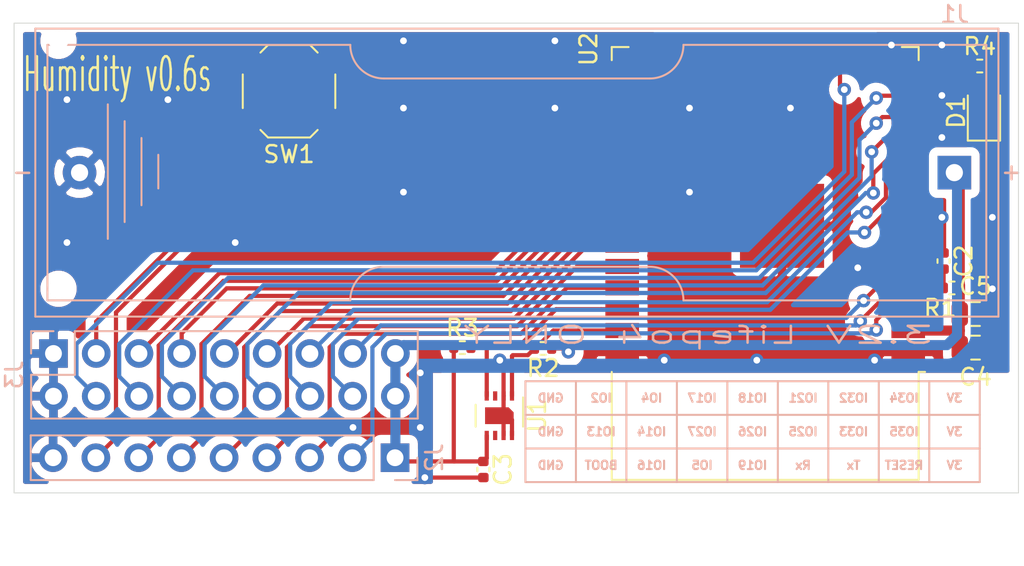
<source format=kicad_pcb>
(kicad_pcb (version 20171130) (host pcbnew 5.1.10-6.fc34)

  (general
    (thickness 1.6)
    (drawings 47)
    (tracks 277)
    (zones 0)
    (modules 18)
    (nets 40)
  )

  (page A4)
  (layers
    (0 F.Cu signal)
    (31 B.Cu signal)
    (32 B.Adhes user)
    (33 F.Adhes user)
    (34 B.Paste user)
    (35 F.Paste user)
    (36 B.SilkS user)
    (37 F.SilkS user)
    (38 B.Mask user)
    (39 F.Mask user)
    (40 Dwgs.User user)
    (41 Cmts.User user)
    (42 Eco1.User user)
    (43 Eco2.User user)
    (44 Edge.Cuts user)
    (45 Margin user)
    (46 B.CrtYd user)
    (47 F.CrtYd user)
    (48 B.Fab user hide)
    (49 F.Fab user hide)
  )

  (setup
    (last_trace_width 0.25)
    (user_trace_width 0.6)
    (trace_clearance 0.2)
    (zone_clearance 0.508)
    (zone_45_only no)
    (trace_min 0.05)
    (via_size 0.8)
    (via_drill 0.4)
    (via_min_size 0.6)
    (via_min_drill 0.3)
    (user_via 1.651 1.15316)
    (uvia_size 0.3)
    (uvia_drill 0.1)
    (uvias_allowed no)
    (uvia_min_size 0.2)
    (uvia_min_drill 0.1)
    (edge_width 0.05)
    (segment_width 0.2)
    (pcb_text_width 0.3)
    (pcb_text_size 1.5 1.5)
    (mod_edge_width 0.12)
    (mod_text_size 1 1)
    (mod_text_width 0.15)
    (pad_size 1.524 1.524)
    (pad_drill 0.762)
    (pad_to_mask_clearance 0.051)
    (solder_mask_min_width 0.25)
    (aux_axis_origin 0 0)
    (visible_elements FFFFFF7F)
    (pcbplotparams
      (layerselection 0x010fc_ffffffff)
      (usegerberextensions false)
      (usegerberattributes false)
      (usegerberadvancedattributes false)
      (creategerberjobfile false)
      (excludeedgelayer true)
      (linewidth 0.100000)
      (plotframeref false)
      (viasonmask false)
      (mode 1)
      (useauxorigin false)
      (hpglpennumber 1)
      (hpglpenspeed 20)
      (hpglpendiameter 15.000000)
      (psnegative false)
      (psa4output false)
      (plotreference true)
      (plotvalue true)
      (plotinvisibletext false)
      (padsonsilk false)
      (subtractmaskfromsilk false)
      (outputformat 1)
      (mirror false)
      (drillshape 0)
      (scaleselection 1)
      (outputdirectory "out/"))
  )

  (net 0 "")
  (net 1 GND)
  (net 2 RESET)
  (net 3 +BATT)
  (net 4 "Net-(D1-Pad2)")
  (net 5 LED)
  (net 6 RXD)
  (net 7 TXD)
  (net 8 BOOT)
  (net 9 SCL)
  (net 10 SDA)
  (net 11 "Net-(U2-Pad32)")
  (net 12 "Net-(U2-Pad22)")
  (net 13 "Net-(U2-Pad21)")
  (net 14 "Net-(U2-Pad20)")
  (net 15 "Net-(U2-Pad19)")
  (net 16 "Net-(U2-Pad18)")
  (net 17 "Net-(U2-Pad17)")
  (net 18 "Net-(U2-Pad5)")
  (net 19 "Net-(U2-Pad4)")
  (net 20 "Net-(U2-Pad23)")
  (net 21 IO19)
  (net 22 IO21)
  (net 23 IO35)
  (net 24 IO34)
  (net 25 IO33)
  (net 26 IO32)
  (net 27 IO26)
  (net 28 IO25)
  (net 29 IO14)
  (net 30 IO27)
  (net 31 IO16)
  (net 32 IO13)
  (net 33 IO18)
  (net 34 IO5)
  (net 35 IO17)
  (net 36 IO4)
  (net 37 IO2)
  (net 38 "Net-(U1-Pad3)")
  (net 39 "Net-(U1-Pad6)")

  (net_class Default "This is the default net class."
    (clearance 0.2)
    (trace_width 0.25)
    (via_dia 0.8)
    (via_drill 0.4)
    (uvia_dia 0.3)
    (uvia_drill 0.1)
    (add_net +BATT)
    (add_net BOOT)
    (add_net GND)
    (add_net IO13)
    (add_net IO14)
    (add_net IO16)
    (add_net IO17)
    (add_net IO18)
    (add_net IO19)
    (add_net IO2)
    (add_net IO21)
    (add_net IO25)
    (add_net IO26)
    (add_net IO27)
    (add_net IO32)
    (add_net IO33)
    (add_net IO34)
    (add_net IO35)
    (add_net IO4)
    (add_net IO5)
    (add_net LED)
    (add_net "Net-(D1-Pad2)")
    (add_net "Net-(U1-Pad3)")
    (add_net "Net-(U1-Pad6)")
    (add_net "Net-(U2-Pad17)")
    (add_net "Net-(U2-Pad18)")
    (add_net "Net-(U2-Pad19)")
    (add_net "Net-(U2-Pad20)")
    (add_net "Net-(U2-Pad21)")
    (add_net "Net-(U2-Pad22)")
    (add_net "Net-(U2-Pad23)")
    (add_net "Net-(U2-Pad32)")
    (add_net "Net-(U2-Pad4)")
    (add_net "Net-(U2-Pad5)")
    (add_net RESET)
    (add_net RXD)
    (add_net SCL)
    (add_net SDA)
    (add_net TXD)
  )

  (net_class Tiny ""
    (clearance 0.127)
    (trace_width 0.127)
    (via_dia 0.6)
    (via_drill 0.3)
    (uvia_dia 0.3)
    (uvia_drill 0.1)
  )

  (module pcb:tooling_hole (layer F.Cu) (tedit 6151C9D1) (tstamp 6151D01E)
    (at 208.25 134.5)
    (fp_text reference REF** (at 0 0.5) (layer F.SilkS) hide
      (effects (font (size 1 1) (thickness 0.15)))
    )
    (fp_text value tooling_hole (at 0 -0.5) (layer F.Fab)
      (effects (font (size 1 1) (thickness 0.15)))
    )
    (pad "" np_thru_hole circle (at 0 0) (size 1.152 1.152) (drill 1.152) (layers *.Cu *.Mask)
      (solder_mask_margin 0.248) (clearance 0.248))
  )

  (module pcb:tooling_hole (layer F.Cu) (tedit 6151C9D1) (tstamp 6151D008)
    (at 152.5 123.75)
    (fp_text reference REF** (at 0 0.5) (layer F.SilkS) hide
      (effects (font (size 1 1) (thickness 0.15)))
    )
    (fp_text value tooling_hole (at 0 -0.5) (layer F.Fab)
      (effects (font (size 1 1) (thickness 0.15)))
    )
    (pad "" np_thru_hole circle (at 0 0) (size 1.152 1.152) (drill 1.152) (layers *.Cu *.Mask)
      (solder_mask_margin 0.248) (clearance 0.248))
  )

  (module pcb:tooling_hole (layer F.Cu) (tedit 6151C9D1) (tstamp 6151CFF2)
    (at 152.5 109)
    (fp_text reference REF** (at 0 0.5) (layer F.SilkS) hide
      (effects (font (size 1 1) (thickness 0.15)))
    )
    (fp_text value tooling_hole (at 0 -0.5) (layer F.Fab)
      (effects (font (size 1 1) (thickness 0.15)))
    )
    (pad "" np_thru_hole circle (at 0 0) (size 1.152 1.152) (drill 1.152) (layers *.Cu *.Mask)
      (solder_mask_margin 0.248) (clearance 0.248))
  )

  (module Capacitor_SMD:C_0402_1005Metric (layer F.Cu) (tedit 5F68FEEE) (tstamp 6151334D)
    (at 177.75 134.5 270)
    (descr "Capacitor SMD 0402 (1005 Metric), square (rectangular) end terminal, IPC_7351 nominal, (Body size source: IPC-SM-782 page 76, https://www.pcb-3d.com/wordpress/wp-content/uploads/ipc-sm-782a_amendment_1_and_2.pdf), generated with kicad-footprint-generator")
    (tags capacitor)
    (path /5DFFC2E3)
    (attr smd)
    (fp_text reference C3 (at 0 -1.16 90) (layer F.SilkS)
      (effects (font (size 1 1) (thickness 0.15)))
    )
    (fp_text value 100nF (at 0 1.16 90) (layer F.Fab)
      (effects (font (size 1 1) (thickness 0.15)))
    )
    (fp_line (start 0.91 0.46) (end -0.91 0.46) (layer F.CrtYd) (width 0.05))
    (fp_line (start 0.91 -0.46) (end 0.91 0.46) (layer F.CrtYd) (width 0.05))
    (fp_line (start -0.91 -0.46) (end 0.91 -0.46) (layer F.CrtYd) (width 0.05))
    (fp_line (start -0.91 0.46) (end -0.91 -0.46) (layer F.CrtYd) (width 0.05))
    (fp_line (start -0.107836 0.36) (end 0.107836 0.36) (layer F.SilkS) (width 0.12))
    (fp_line (start -0.107836 -0.36) (end 0.107836 -0.36) (layer F.SilkS) (width 0.12))
    (fp_line (start 0.5 0.25) (end -0.5 0.25) (layer F.Fab) (width 0.1))
    (fp_line (start 0.5 -0.25) (end 0.5 0.25) (layer F.Fab) (width 0.1))
    (fp_line (start -0.5 -0.25) (end 0.5 -0.25) (layer F.Fab) (width 0.1))
    (fp_line (start -0.5 0.25) (end -0.5 -0.25) (layer F.Fab) (width 0.1))
    (fp_text user %R (at 0 0 90) (layer F.Fab)
      (effects (font (size 0.25 0.25) (thickness 0.04)))
    )
    (pad 2 smd roundrect (at 0.48 0 270) (size 0.56 0.62) (layers F.Cu F.Paste F.Mask) (roundrect_rratio 0.25)
      (net 1 GND))
    (pad 1 smd roundrect (at -0.48 0 270) (size 0.56 0.62) (layers F.Cu F.Paste F.Mask) (roundrect_rratio 0.25)
      (net 3 +BATT))
    (model ${KISYS3DMOD}/Capacitor_SMD.3dshapes/C_0402_1005Metric.wrl
      (at (xyz 0 0 0))
      (scale (xyz 1 1 1))
      (rotate (xyz 0 0 0))
    )
  )

  (module Sensor_Humidity:Sensirion_DFN-8-1EP_2.5x2.5mm_P0.5mm_EP1.1x1.7mm (layer F.Cu) (tedit 5F15CF57) (tstamp 615131C1)
    (at 178.7 131.3 270)
    (descr "Sensirion DFN-8 SHT3x-DIS (https://www.sensirion.com/fileadmin/user_upload/customers/sensirion/Dokumente/2_Humidity_Sensors/Datasheets/Sensirion_Humidity_Sensors_SHT3x_Datasheet_digital.pdf)")
    (tags "sensirion dfn nolead")
    (path /6151A252)
    (attr smd)
    (fp_text reference U1 (at 0 -2.25 90) (layer F.SilkS)
      (effects (font (size 1 1) (thickness 0.15)))
    )
    (fp_text value SHT31-DIS (at 0 2.5 90) (layer F.Fab)
      (effects (font (size 1 1) (thickness 0.15)))
    )
    (fp_line (start -1.09 -1.41) (end 0.65 -1.41) (layer F.SilkS) (width 0.12))
    (fp_line (start -0.65 1.41) (end 0.65 1.41) (layer F.SilkS) (width 0.12))
    (fp_line (start -1.7 1.5) (end 1.7 1.5) (layer F.CrtYd) (width 0.05))
    (fp_line (start -1.7 -1.5) (end 1.7 -1.5) (layer F.CrtYd) (width 0.05))
    (fp_line (start 1.7 -1.5) (end 1.7 1.5) (layer F.CrtYd) (width 0.05))
    (fp_line (start -1.7 -1.5) (end -1.7 1.5) (layer F.CrtYd) (width 0.05))
    (fp_line (start -1.25 -0.75) (end -0.75 -1.25) (layer F.Fab) (width 0.1))
    (fp_line (start -1.25 1.25) (end -1.25 -0.75) (layer F.Fab) (width 0.1))
    (fp_line (start 1.25 1.25) (end -1.25 1.25) (layer F.Fab) (width 0.1))
    (fp_line (start 1.25 -1.25) (end 1.25 1.25) (layer F.Fab) (width 0.1))
    (fp_line (start -0.75 -1.25) (end 1.25 -1.25) (layer F.Fab) (width 0.1))
    (fp_text user %R (at 0 0 90) (layer F.Fab)
      (effects (font (size 0.4 0.4) (thickness 0.06)))
    )
    (pad 1 smd rect (at -1.175 -0.75 270) (size 0.55 0.25) (layers F.Cu F.Paste F.Mask)
      (net 10 SDA))
    (pad 2 smd rect (at -1.175 -0.25 270) (size 0.55 0.25) (layers F.Cu F.Paste F.Mask)
      (net 1 GND))
    (pad 3 smd rect (at -1.175 0.25 270) (size 0.55 0.25) (layers F.Cu F.Paste F.Mask)
      (net 38 "Net-(U1-Pad3)"))
    (pad 4 smd rect (at -1.175 0.75 90) (size 0.55 0.25) (layers F.Cu F.Paste F.Mask)
      (net 9 SCL))
    (pad 5 smd rect (at 1.175 0.75 270) (size 0.55 0.25) (layers F.Cu F.Paste F.Mask)
      (net 3 +BATT))
    (pad 6 smd rect (at 1.175 0.25 270) (size 0.55 0.25) (layers F.Cu F.Paste F.Mask)
      (net 39 "Net-(U1-Pad6)"))
    (pad 7 smd rect (at 1.175 -0.25 270) (size 0.55 0.25) (layers F.Cu F.Paste F.Mask)
      (net 1 GND))
    (pad 8 smd rect (at 1.175 -0.75 270) (size 0.55 0.25) (layers F.Cu F.Paste F.Mask)
      (net 1 GND))
    (pad 9 smd custom (at 0 0 270) (size 1 1) (layers F.Cu F.Mask)
      (net 1 GND) (zone_connect 0)
      (options (clearance outline) (anchor circle))
      (primitives
        (gr_poly (pts
           (xy 0.5 0.85) (xy -0.5 0.85) (xy -0.5 -0.55) (xy -0.2 -0.85) (xy 0.5 -0.85)
) (width 0))
      ))
    (pad "" smd custom (at 0 0 270) (size 0.9 0.9) (layers F.Paste)
      (zone_connect 0)
      (options (clearance outline) (anchor rect))
      (primitives
        (gr_poly (pts
           (xy 0.45 0.8) (xy -0.45 0.8) (xy -0.45 -0.53) (xy -0.18 -0.8) (xy 0.45 -0.8)
) (width 0))
      ))
    (model ${KISYS3DMOD}/Sensor_Humidity.3dshapes/Sensirion_DFN-8-1EP_2.5x2.5mm_P0.5mm_EP1.1x1.7mm.wrl
      (at (xyz 0 0 0))
      (scale (xyz 1 1 1))
      (rotate (xyz 0 0 0))
    )
  )

  (module Resistor_SMD:R_0402_1005Metric (layer F.Cu) (tedit 5F68FEEE) (tstamp 60CA5D66)
    (at 176.5 127.25)
    (descr "Resistor SMD 0402 (1005 Metric), square (rectangular) end terminal, IPC_7351 nominal, (Body size source: IPC-SM-782 page 72, https://www.pcb-3d.com/wordpress/wp-content/uploads/ipc-sm-782a_amendment_1_and_2.pdf), generated with kicad-footprint-generator")
    (tags resistor)
    (path /5E00D8EB)
    (attr smd)
    (fp_text reference R3 (at 0 -1.17) (layer F.SilkS)
      (effects (font (size 1 1) (thickness 0.15)))
    )
    (fp_text value "4.7K Ohm" (at 0 1.17) (layer F.Fab)
      (effects (font (size 1 1) (thickness 0.15)))
    )
    (fp_line (start 0.93 0.47) (end -0.93 0.47) (layer F.CrtYd) (width 0.05))
    (fp_line (start 0.93 -0.47) (end 0.93 0.47) (layer F.CrtYd) (width 0.05))
    (fp_line (start -0.93 -0.47) (end 0.93 -0.47) (layer F.CrtYd) (width 0.05))
    (fp_line (start -0.93 0.47) (end -0.93 -0.47) (layer F.CrtYd) (width 0.05))
    (fp_line (start -0.153641 0.38) (end 0.153641 0.38) (layer F.SilkS) (width 0.12))
    (fp_line (start -0.153641 -0.38) (end 0.153641 -0.38) (layer F.SilkS) (width 0.12))
    (fp_line (start 0.525 0.27) (end -0.525 0.27) (layer F.Fab) (width 0.1))
    (fp_line (start 0.525 -0.27) (end 0.525 0.27) (layer F.Fab) (width 0.1))
    (fp_line (start -0.525 -0.27) (end 0.525 -0.27) (layer F.Fab) (width 0.1))
    (fp_line (start -0.525 0.27) (end -0.525 -0.27) (layer F.Fab) (width 0.1))
    (fp_text user %R (at 0 0) (layer F.Fab)
      (effects (font (size 0.26 0.26) (thickness 0.04)))
    )
    (pad 2 smd roundrect (at 0.51 0) (size 0.54 0.64) (layers F.Cu F.Paste F.Mask) (roundrect_rratio 0.25)
      (net 9 SCL))
    (pad 1 smd roundrect (at -0.51 0) (size 0.54 0.64) (layers F.Cu F.Paste F.Mask) (roundrect_rratio 0.25)
      (net 3 +BATT))
    (model ${KISYS3DMOD}/Resistor_SMD.3dshapes/R_0402_1005Metric.wrl
      (at (xyz 0 0 0))
      (scale (xyz 1 1 1))
      (rotate (xyz 0 0 0))
    )
  )

  (module Connector_PinHeader_2.54mm:PinHeader_1x09_P2.54mm_Vertical (layer B.Cu) (tedit 59FED5CC) (tstamp 60C9D682)
    (at 172.5 133.8 90)
    (descr "Through hole straight pin header, 1x09, 2.54mm pitch, single row")
    (tags "Through hole pin header THT 1x09 2.54mm single row")
    (path /60CD3570)
    (fp_text reference J2 (at 0 2.33 -90) (layer B.SilkS)
      (effects (font (size 1 1) (thickness 0.15)) (justify mirror))
    )
    (fp_text value Conn_01x09 (at 0 -22.65 -90) (layer B.Fab)
      (effects (font (size 1 1) (thickness 0.15)) (justify mirror))
    )
    (fp_line (start 1.8 1.8) (end -1.8 1.8) (layer B.CrtYd) (width 0.05))
    (fp_line (start 1.8 -22.1) (end 1.8 1.8) (layer B.CrtYd) (width 0.05))
    (fp_line (start -1.8 -22.1) (end 1.8 -22.1) (layer B.CrtYd) (width 0.05))
    (fp_line (start -1.8 1.8) (end -1.8 -22.1) (layer B.CrtYd) (width 0.05))
    (fp_line (start -1.33 1.33) (end 0 1.33) (layer B.SilkS) (width 0.12))
    (fp_line (start -1.33 0) (end -1.33 1.33) (layer B.SilkS) (width 0.12))
    (fp_line (start -1.33 -1.27) (end 1.33 -1.27) (layer B.SilkS) (width 0.12))
    (fp_line (start 1.33 -1.27) (end 1.33 -21.65) (layer B.SilkS) (width 0.12))
    (fp_line (start -1.33 -1.27) (end -1.33 -21.65) (layer B.SilkS) (width 0.12))
    (fp_line (start -1.33 -21.65) (end 1.33 -21.65) (layer B.SilkS) (width 0.12))
    (fp_line (start -1.27 0.635) (end -0.635 1.27) (layer B.Fab) (width 0.1))
    (fp_line (start -1.27 -21.59) (end -1.27 0.635) (layer B.Fab) (width 0.1))
    (fp_line (start 1.27 -21.59) (end -1.27 -21.59) (layer B.Fab) (width 0.1))
    (fp_line (start 1.27 1.27) (end 1.27 -21.59) (layer B.Fab) (width 0.1))
    (fp_line (start -0.635 1.27) (end 1.27 1.27) (layer B.Fab) (width 0.1))
    (fp_text user %R (at 0 -10.16) (layer B.Fab)
      (effects (font (size 1 1) (thickness 0.15)) (justify mirror))
    )
    (pad 9 thru_hole oval (at 0 -20.32 90) (size 1.7 1.7) (drill 1) (layers *.Cu *.Mask)
      (net 1 GND))
    (pad 8 thru_hole oval (at 0 -17.78 90) (size 1.7 1.7) (drill 1) (layers *.Cu *.Mask)
      (net 8 BOOT))
    (pad 7 thru_hole oval (at 0 -15.24 90) (size 1.7 1.7) (drill 1) (layers *.Cu *.Mask)
      (net 31 IO16))
    (pad 6 thru_hole oval (at 0 -12.7 90) (size 1.7 1.7) (drill 1) (layers *.Cu *.Mask)
      (net 34 IO5))
    (pad 5 thru_hole oval (at 0 -10.16 90) (size 1.7 1.7) (drill 1) (layers *.Cu *.Mask)
      (net 21 IO19))
    (pad 4 thru_hole oval (at 0 -7.62 90) (size 1.7 1.7) (drill 1) (layers *.Cu *.Mask)
      (net 6 RXD))
    (pad 3 thru_hole oval (at 0 -5.08 90) (size 1.7 1.7) (drill 1) (layers *.Cu *.Mask)
      (net 7 TXD))
    (pad 2 thru_hole oval (at 0 -2.54 90) (size 1.7 1.7) (drill 1) (layers *.Cu *.Mask)
      (net 2 RESET))
    (pad 1 thru_hole rect (at 0 0 90) (size 1.7 1.7) (drill 1) (layers *.Cu *.Mask)
      (net 3 +BATT))
    (model ${KISYS3DMOD}/Connector_PinHeader_2.54mm.3dshapes/PinHeader_1x09_P2.54mm_Vertical.wrl
      (at (xyz 0 0 0))
      (scale (xyz 1 1 1))
      (rotate (xyz 0 0 0))
    )
  )

  (module Button_Switch_SMD:SW_SPST_TL3342 (layer F.Cu) (tedit 5A02FC95) (tstamp 60CA0B74)
    (at 166.2 112 180)
    (descr "Low-profile SMD Tactile Switch, https://www.e-switch.com/system/asset/product_line/data_sheet/165/TL3342.pdf")
    (tags "SPST Tactile Switch")
    (path /60D395E4)
    (attr smd)
    (fp_text reference SW1 (at 0 -3.75) (layer F.SilkS)
      (effects (font (size 1 1) (thickness 0.15)))
    )
    (fp_text value SW_Push (at 0 3.75) (layer F.Fab)
      (effects (font (size 1 1) (thickness 0.15)))
    )
    (fp_circle (center 0 0) (end 1 0) (layer F.Fab) (width 0.1))
    (fp_line (start -4.25 3) (end -4.25 -3) (layer F.CrtYd) (width 0.05))
    (fp_line (start 4.25 3) (end -4.25 3) (layer F.CrtYd) (width 0.05))
    (fp_line (start 4.25 -3) (end 4.25 3) (layer F.CrtYd) (width 0.05))
    (fp_line (start -4.25 -3) (end 4.25 -3) (layer F.CrtYd) (width 0.05))
    (fp_line (start -1.2 -2.6) (end -2.6 -1.2) (layer F.Fab) (width 0.1))
    (fp_line (start 1.2 -2.6) (end -1.2 -2.6) (layer F.Fab) (width 0.1))
    (fp_line (start 2.6 -1.2) (end 1.2 -2.6) (layer F.Fab) (width 0.1))
    (fp_line (start 2.6 1.2) (end 2.6 -1.2) (layer F.Fab) (width 0.1))
    (fp_line (start 1.2 2.6) (end 2.6 1.2) (layer F.Fab) (width 0.1))
    (fp_line (start -1.2 2.6) (end 1.2 2.6) (layer F.Fab) (width 0.1))
    (fp_line (start -2.6 1.2) (end -1.2 2.6) (layer F.Fab) (width 0.1))
    (fp_line (start -2.6 -1.2) (end -2.6 1.2) (layer F.Fab) (width 0.1))
    (fp_line (start -1.25 -2.75) (end 1.25 -2.75) (layer F.SilkS) (width 0.12))
    (fp_line (start -2.75 -1) (end -2.75 1) (layer F.SilkS) (width 0.12))
    (fp_line (start -1.25 2.75) (end 1.25 2.75) (layer F.SilkS) (width 0.12))
    (fp_line (start 2.75 -1) (end 2.75 1) (layer F.SilkS) (width 0.12))
    (fp_line (start -2 1) (end -2 -1) (layer F.Fab) (width 0.1))
    (fp_line (start -1 2) (end -2 1) (layer F.Fab) (width 0.1))
    (fp_line (start 1 2) (end -1 2) (layer F.Fab) (width 0.1))
    (fp_line (start 2 1) (end 1 2) (layer F.Fab) (width 0.1))
    (fp_line (start 2 -1) (end 2 1) (layer F.Fab) (width 0.1))
    (fp_line (start 1 -2) (end 2 -1) (layer F.Fab) (width 0.1))
    (fp_line (start -1 -2) (end 1 -2) (layer F.Fab) (width 0.1))
    (fp_line (start -2 -1) (end -1 -2) (layer F.Fab) (width 0.1))
    (fp_line (start -1.7 -2.3) (end -1.25 -2.75) (layer F.SilkS) (width 0.12))
    (fp_line (start 1.7 -2.3) (end 1.25 -2.75) (layer F.SilkS) (width 0.12))
    (fp_line (start 1.7 2.3) (end 1.25 2.75) (layer F.SilkS) (width 0.12))
    (fp_line (start -1.7 2.3) (end -1.25 2.75) (layer F.SilkS) (width 0.12))
    (fp_line (start 3.2 1.6) (end 2.2 1.6) (layer F.Fab) (width 0.1))
    (fp_line (start 2.7 2.1) (end 2.7 1.6) (layer F.Fab) (width 0.1))
    (fp_line (start 1.7 2.1) (end 3.2 2.1) (layer F.Fab) (width 0.1))
    (fp_line (start -1.7 2.1) (end -3.2 2.1) (layer F.Fab) (width 0.1))
    (fp_line (start -3.2 1.6) (end -2.2 1.6) (layer F.Fab) (width 0.1))
    (fp_line (start -2.7 2.1) (end -2.7 1.6) (layer F.Fab) (width 0.1))
    (fp_line (start -3.2 -1.6) (end -2.2 -1.6) (layer F.Fab) (width 0.1))
    (fp_line (start -1.7 -2.1) (end -3.2 -2.1) (layer F.Fab) (width 0.1))
    (fp_line (start -2.7 -2.1) (end -2.7 -1.6) (layer F.Fab) (width 0.1))
    (fp_line (start 3.2 -1.6) (end 2.2 -1.6) (layer F.Fab) (width 0.1))
    (fp_line (start 1.7 -2.1) (end 3.2 -2.1) (layer F.Fab) (width 0.1))
    (fp_line (start 2.7 -2.1) (end 2.7 -1.6) (layer F.Fab) (width 0.1))
    (fp_line (start -3.2 -2.1) (end -3.2 -1.6) (layer F.Fab) (width 0.1))
    (fp_line (start -3.2 2.1) (end -3.2 1.6) (layer F.Fab) (width 0.1))
    (fp_line (start 3.2 -2.1) (end 3.2 -1.6) (layer F.Fab) (width 0.1))
    (fp_line (start 3.2 2.1) (end 3.2 1.6) (layer F.Fab) (width 0.1))
    (fp_text user %R (at 0 -3.75) (layer F.Fab)
      (effects (font (size 1 1) (thickness 0.15)))
    )
    (pad 2 smd rect (at 3.15 1.9 180) (size 1.7 1) (layers F.Cu F.Paste F.Mask)
      (net 1 GND))
    (pad 2 smd rect (at -3.15 1.9 180) (size 1.7 1) (layers F.Cu F.Paste F.Mask)
      (net 1 GND))
    (pad 1 smd rect (at 3.15 -1.9 180) (size 1.7 1) (layers F.Cu F.Paste F.Mask)
      (net 8 BOOT))
    (pad 1 smd rect (at -3.15 -1.9 180) (size 1.7 1) (layers F.Cu F.Paste F.Mask)
      (net 8 BOOT))
    (model ${KISYS3DMOD}/Button_Switch_SMD.3dshapes/SW_SPST_TL3342.wrl
      (at (xyz 0 0 0))
      (scale (xyz 1 1 1))
      (rotate (xyz 0 0 0))
    )
  )

  (module Resistor_SMD:R_0402_1005Metric (layer F.Cu) (tedit 5F68FEEE) (tstamp 60C9BDF3)
    (at 207.25 110.5)
    (descr "Resistor SMD 0402 (1005 Metric), square (rectangular) end terminal, IPC_7351 nominal, (Body size source: IPC-SM-782 page 72, https://www.pcb-3d.com/wordpress/wp-content/uploads/ipc-sm-782a_amendment_1_and_2.pdf), generated with kicad-footprint-generator")
    (tags resistor)
    (path /5E0EAC20)
    (attr smd)
    (fp_text reference R4 (at 0 -1.17) (layer F.SilkS)
      (effects (font (size 1 1) (thickness 0.15)))
    )
    (fp_text value "100 Ohm" (at 0 1.17) (layer F.Fab)
      (effects (font (size 1 1) (thickness 0.15)))
    )
    (fp_line (start 0.93 0.47) (end -0.93 0.47) (layer F.CrtYd) (width 0.05))
    (fp_line (start 0.93 -0.47) (end 0.93 0.47) (layer F.CrtYd) (width 0.05))
    (fp_line (start -0.93 -0.47) (end 0.93 -0.47) (layer F.CrtYd) (width 0.05))
    (fp_line (start -0.93 0.47) (end -0.93 -0.47) (layer F.CrtYd) (width 0.05))
    (fp_line (start -0.153641 0.38) (end 0.153641 0.38) (layer F.SilkS) (width 0.12))
    (fp_line (start -0.153641 -0.38) (end 0.153641 -0.38) (layer F.SilkS) (width 0.12))
    (fp_line (start 0.525 0.27) (end -0.525 0.27) (layer F.Fab) (width 0.1))
    (fp_line (start 0.525 -0.27) (end 0.525 0.27) (layer F.Fab) (width 0.1))
    (fp_line (start -0.525 -0.27) (end 0.525 -0.27) (layer F.Fab) (width 0.1))
    (fp_line (start -0.525 0.27) (end -0.525 -0.27) (layer F.Fab) (width 0.1))
    (fp_text user %R (at 0 0) (layer F.Fab)
      (effects (font (size 0.26 0.26) (thickness 0.04)))
    )
    (pad 2 smd roundrect (at 0.51 0) (size 0.54 0.64) (layers F.Cu F.Paste F.Mask) (roundrect_rratio 0.25)
      (net 4 "Net-(D1-Pad2)"))
    (pad 1 smd roundrect (at -0.51 0) (size 0.54 0.64) (layers F.Cu F.Paste F.Mask) (roundrect_rratio 0.25)
      (net 5 LED))
    (model ${KISYS3DMOD}/Resistor_SMD.3dshapes/R_0402_1005Metric.wrl
      (at (xyz 0 0 0))
      (scale (xyz 1 1 1))
      (rotate (xyz 0 0 0))
    )
  )

  (module Resistor_SMD:R_0402_1005Metric (layer F.Cu) (tedit 5F68FEEE) (tstamp 5E0D8D72)
    (at 181.3 127.3 180)
    (descr "Resistor SMD 0402 (1005 Metric), square (rectangular) end terminal, IPC_7351 nominal, (Body size source: IPC-SM-782 page 72, https://www.pcb-3d.com/wordpress/wp-content/uploads/ipc-sm-782a_amendment_1_and_2.pdf), generated with kicad-footprint-generator")
    (tags resistor)
    (path /5E00CAB2)
    (attr smd)
    (fp_text reference R2 (at 0 -1.17) (layer F.SilkS)
      (effects (font (size 1 1) (thickness 0.15)))
    )
    (fp_text value "4.7K Ohm" (at 0 1.17) (layer F.Fab)
      (effects (font (size 1 1) (thickness 0.15)))
    )
    (fp_line (start 0.93 0.47) (end -0.93 0.47) (layer F.CrtYd) (width 0.05))
    (fp_line (start 0.93 -0.47) (end 0.93 0.47) (layer F.CrtYd) (width 0.05))
    (fp_line (start -0.93 -0.47) (end 0.93 -0.47) (layer F.CrtYd) (width 0.05))
    (fp_line (start -0.93 0.47) (end -0.93 -0.47) (layer F.CrtYd) (width 0.05))
    (fp_line (start -0.153641 0.38) (end 0.153641 0.38) (layer F.SilkS) (width 0.12))
    (fp_line (start -0.153641 -0.38) (end 0.153641 -0.38) (layer F.SilkS) (width 0.12))
    (fp_line (start 0.525 0.27) (end -0.525 0.27) (layer F.Fab) (width 0.1))
    (fp_line (start 0.525 -0.27) (end 0.525 0.27) (layer F.Fab) (width 0.1))
    (fp_line (start -0.525 -0.27) (end 0.525 -0.27) (layer F.Fab) (width 0.1))
    (fp_line (start -0.525 0.27) (end -0.525 -0.27) (layer F.Fab) (width 0.1))
    (fp_text user %R (at 0 0) (layer F.Fab)
      (effects (font (size 0.26 0.26) (thickness 0.04)))
    )
    (pad 2 smd roundrect (at 0.51 0 180) (size 0.54 0.64) (layers F.Cu F.Paste F.Mask) (roundrect_rratio 0.25)
      (net 10 SDA))
    (pad 1 smd roundrect (at -0.51 0 180) (size 0.54 0.64) (layers F.Cu F.Paste F.Mask) (roundrect_rratio 0.25)
      (net 3 +BATT))
    (model ${KISYS3DMOD}/Resistor_SMD.3dshapes/R_0402_1005Metric.wrl
      (at (xyz 0 0 0))
      (scale (xyz 1 1 1))
      (rotate (xyz 0 0 0))
    )
  )

  (module Resistor_SMD:R_0402_1005Metric (layer F.Cu) (tedit 5F68FEEE) (tstamp 60C96E21)
    (at 205.6 123.7 180)
    (descr "Resistor SMD 0402 (1005 Metric), square (rectangular) end terminal, IPC_7351 nominal, (Body size source: IPC-SM-782 page 72, https://www.pcb-3d.com/wordpress/wp-content/uploads/ipc-sm-782a_amendment_1_and_2.pdf), generated with kicad-footprint-generator")
    (tags resistor)
    (path /5E05F053)
    (attr smd)
    (fp_text reference R1 (at 0.7 -1.2) (layer F.SilkS)
      (effects (font (size 1 1) (thickness 0.15)))
    )
    (fp_text value "10K Ohm" (at 0 1.17) (layer F.Fab)
      (effects (font (size 1 1) (thickness 0.15)))
    )
    (fp_line (start 0.93 0.47) (end -0.93 0.47) (layer F.CrtYd) (width 0.05))
    (fp_line (start 0.93 -0.47) (end 0.93 0.47) (layer F.CrtYd) (width 0.05))
    (fp_line (start -0.93 -0.47) (end 0.93 -0.47) (layer F.CrtYd) (width 0.05))
    (fp_line (start -0.93 0.47) (end -0.93 -0.47) (layer F.CrtYd) (width 0.05))
    (fp_line (start -0.153641 0.38) (end 0.153641 0.38) (layer F.SilkS) (width 0.12))
    (fp_line (start -0.153641 -0.38) (end 0.153641 -0.38) (layer F.SilkS) (width 0.12))
    (fp_line (start 0.525 0.27) (end -0.525 0.27) (layer F.Fab) (width 0.1))
    (fp_line (start 0.525 -0.27) (end 0.525 0.27) (layer F.Fab) (width 0.1))
    (fp_line (start -0.525 -0.27) (end 0.525 -0.27) (layer F.Fab) (width 0.1))
    (fp_line (start -0.525 0.27) (end -0.525 -0.27) (layer F.Fab) (width 0.1))
    (fp_text user %R (at 0 0) (layer F.Fab)
      (effects (font (size 0.26 0.26) (thickness 0.04)))
    )
    (pad 2 smd roundrect (at 0.51 0 180) (size 0.54 0.64) (layers F.Cu F.Paste F.Mask) (roundrect_rratio 0.25)
      (net 2 RESET))
    (pad 1 smd roundrect (at -0.51 0 180) (size 0.54 0.64) (layers F.Cu F.Paste F.Mask) (roundrect_rratio 0.25)
      (net 3 +BATT))
    (model ${KISYS3DMOD}/Resistor_SMD.3dshapes/R_0402_1005Metric.wrl
      (at (xyz 0 0 0))
      (scale (xyz 1 1 1))
      (rotate (xyz 0 0 0))
    )
  )

  (module Battery:BatteryHolder_Keystone_2460_1xAA (layer B.Cu) (tedit 60C8E1E5) (tstamp 5E0D8DDF)
    (at 205.74 116.84 180)
    (descr https://www.keyelco.com/product-pdf.cfm?p=1025)
    (tags "AA battery cell holder")
    (path /5E02A945)
    (fp_text reference J1 (at -0.02 9.42) (layer B.SilkS)
      (effects (font (size 1 1) (thickness 0.15)) (justify mirror))
    )
    (fp_text value "Battery Holder" (at 24.5 0) (layer B.Fab)
      (effects (font (size 1 1) (thickness 0.15)) (justify mirror))
    )
    (fp_line (start 54.5 -8.445) (end 54.5 8.445) (layer B.Fab) (width 0.1))
    (fp_line (start -2.5 -8.445) (end 54.5 -8.445) (layer B.Fab) (width 0.1))
    (fp_line (start -2.5 8.445) (end -2.5 -8.445) (layer B.Fab) (width 0.1))
    (fp_line (start 54.5 8.445) (end -2.5 8.445) (layer B.Fab) (width 0.1))
    (fp_line (start -2.75 -8.7) (end -2.75 8.7) (layer B.CrtYd) (width 0.05))
    (fp_line (start -2.75 8.7) (end 54.75 8.7) (layer B.CrtYd) (width 0.05))
    (fp_line (start 54.75 8.7) (end 54.75 -8.7) (layer B.CrtYd) (width 0.05))
    (fp_line (start 54.75 -8.7) (end -2.75 -8.7) (layer B.CrtYd) (width 0.05))
    (fp_line (start 48.31 2.06) (end 48.31 -1.94) (layer B.SilkS) (width 0.12))
    (fp_line (start 49.31 -2.94) (end 49.31 3.06) (layer B.SilkS) (width 0.12))
    (fp_line (start 50.31 4.06) (end 50.31 -3.94) (layer B.SilkS) (width 0.12))
    (fp_line (start 47.31 1.06) (end 47.31 -0.94) (layer B.SilkS) (width 0.12))
    (fp_line (start 54.62 8.565) (end 54.62 -8.565) (layer B.SilkS) (width 0.12))
    (fp_line (start 54.62 -8.565) (end -2.62 -8.565) (layer B.SilkS) (width 0.12))
    (fp_line (start -2.62 -8.565) (end -2.62 8.565) (layer B.SilkS) (width 0.12))
    (fp_line (start -2.62 8.565) (end 54.62 8.565) (layer B.SilkS) (width 0.12))
    (fp_line (start -1.9 7.6) (end -1.9 -7.6) (layer B.SilkS) (width 0.12))
    (fp_line (start -1.9 -7.6) (end 16.1 -7.6) (layer B.SilkS) (width 0.12))
    (fp_line (start 53.9 7.6) (end 53.9 -7.6) (layer B.SilkS) (width 0.12))
    (fp_line (start -1.9 7.6) (end 16.1 7.6) (layer B.SilkS) (width 0.12))
    (fp_line (start 35.9 7.6) (end 53.9 7.6) (layer B.SilkS) (width 0.12))
    (fp_line (start 35.9 -7.6) (end 53.9 -7.6) (layer B.SilkS) (width 0.12))
    (fp_line (start 18.1 5.6) (end 33.9 5.6) (layer B.SilkS) (width 0.12))
    (fp_line (start 33.9 -5.6) (end 18.1 -5.6) (layer B.SilkS) (width 0.12))
    (fp_text user + (at -3.4 0.06 180) (layer B.SilkS)
      (effects (font (size 1 1) (thickness 0.15)) (justify mirror))
    )
    (fp_text user - (at 55.37 0.06 180) (layer B.SilkS)
      (effects (font (size 1 1) (thickness 0.15)) (justify mirror))
    )
    (fp_text user %R (at 0.01 0.06 180) (layer B.Fab)
      (effects (font (size 1 1) (thickness 0.15)) (justify mirror))
    )
    (fp_arc (start 18.1 -7.6) (end 18.1 -5.6) (angle 90) (layer B.SilkS) (width 0.12))
    (fp_arc (start 33.9 -7.6) (end 35.9 -7.6) (angle 90) (layer B.SilkS) (width 0.12))
    (fp_arc (start 33.9 7.6) (end 33.9 5.6) (angle 90) (layer B.SilkS) (width 0.12))
    (fp_arc (start 18.1 7.6) (end 16.1 7.6) (angle 90) (layer B.SilkS) (width 0.12))
    (pad 1 thru_hole rect (at 0 0) (size 2 2) (drill 1.02) (layers *.Cu *.Mask)
      (net 3 +BATT))
    (pad 2 thru_hole circle (at 51.99 0) (size 2 2) (drill 1.02) (layers *.Cu *.Mask)
      (net 1 GND))
    (model ${KISYS3DMOD}/Battery.3dshapes/BatteryHolder_Keystone_2460_1xAA.wrl
      (at (xyz 0 0 0))
      (scale (xyz 1 1 1))
      (rotate (xyz 0 0 0))
    )
  )

  (module Capacitor_SMD:C_0402_1005Metric (layer F.Cu) (tedit 5F68FEEE) (tstamp 60C9F784)
    (at 205.1 122.1 90)
    (descr "Capacitor SMD 0402 (1005 Metric), square (rectangular) end terminal, IPC_7351 nominal, (Body size source: IPC-SM-782 page 76, https://www.pcb-3d.com/wordpress/wp-content/uploads/ipc-sm-782a_amendment_1_and_2.pdf), generated with kicad-footprint-generator")
    (tags capacitor)
    (path /5E05E13A)
    (attr smd)
    (fp_text reference C2 (at 0 1.2 90) (layer F.SilkS)
      (effects (font (size 1 1) (thickness 0.15)))
    )
    (fp_text value 100nF (at 0 1.16 90) (layer F.Fab)
      (effects (font (size 1 1) (thickness 0.15)))
    )
    (fp_line (start 0.91 0.46) (end -0.91 0.46) (layer F.CrtYd) (width 0.05))
    (fp_line (start 0.91 -0.46) (end 0.91 0.46) (layer F.CrtYd) (width 0.05))
    (fp_line (start -0.91 -0.46) (end 0.91 -0.46) (layer F.CrtYd) (width 0.05))
    (fp_line (start -0.91 0.46) (end -0.91 -0.46) (layer F.CrtYd) (width 0.05))
    (fp_line (start -0.107836 0.36) (end 0.107836 0.36) (layer F.SilkS) (width 0.12))
    (fp_line (start -0.107836 -0.36) (end 0.107836 -0.36) (layer F.SilkS) (width 0.12))
    (fp_line (start 0.5 0.25) (end -0.5 0.25) (layer F.Fab) (width 0.1))
    (fp_line (start 0.5 -0.25) (end 0.5 0.25) (layer F.Fab) (width 0.1))
    (fp_line (start -0.5 -0.25) (end 0.5 -0.25) (layer F.Fab) (width 0.1))
    (fp_line (start -0.5 0.25) (end -0.5 -0.25) (layer F.Fab) (width 0.1))
    (fp_text user %R (at 0 0 90) (layer F.Fab)
      (effects (font (size 0.25 0.25) (thickness 0.04)))
    )
    (pad 2 smd roundrect (at 0.48 0 90) (size 0.56 0.62) (layers F.Cu F.Paste F.Mask) (roundrect_rratio 0.25)
      (net 1 GND))
    (pad 1 smd roundrect (at -0.48 0 90) (size 0.56 0.62) (layers F.Cu F.Paste F.Mask) (roundrect_rratio 0.25)
      (net 2 RESET))
    (model ${KISYS3DMOD}/Capacitor_SMD.3dshapes/C_0402_1005Metric.wrl
      (at (xyz 0 0 0))
      (scale (xyz 1 1 1))
      (rotate (xyz 0 0 0))
    )
  )

  (module Connector_PinHeader_2.54mm:PinHeader_2x09_P2.54mm_Vertical (layer B.Cu) (tedit 59FED5CC) (tstamp 60C997AC)
    (at 152.2 127.6 270)
    (descr "Through hole straight pin header, 2x09, 2.54mm pitch, double rows")
    (tags "Through hole pin header THT 2x09 2.54mm double row")
    (path /60CB9E68)
    (fp_text reference J3 (at 1.27 2.33 270) (layer B.SilkS)
      (effects (font (size 1 1) (thickness 0.15)) (justify mirror))
    )
    (fp_text value Conn_02x09_Odd_Even (at 1.27 -22.65 270) (layer B.Fab)
      (effects (font (size 1 1) (thickness 0.15)) (justify mirror))
    )
    (fp_line (start 4.35 1.8) (end -1.8 1.8) (layer B.CrtYd) (width 0.05))
    (fp_line (start 4.35 -22.1) (end 4.35 1.8) (layer B.CrtYd) (width 0.05))
    (fp_line (start -1.8 -22.1) (end 4.35 -22.1) (layer B.CrtYd) (width 0.05))
    (fp_line (start -1.8 1.8) (end -1.8 -22.1) (layer B.CrtYd) (width 0.05))
    (fp_line (start -1.33 1.33) (end 0 1.33) (layer B.SilkS) (width 0.12))
    (fp_line (start -1.33 0) (end -1.33 1.33) (layer B.SilkS) (width 0.12))
    (fp_line (start 1.27 1.33) (end 3.87 1.33) (layer B.SilkS) (width 0.12))
    (fp_line (start 1.27 -1.27) (end 1.27 1.33) (layer B.SilkS) (width 0.12))
    (fp_line (start -1.33 -1.27) (end 1.27 -1.27) (layer B.SilkS) (width 0.12))
    (fp_line (start 3.87 1.33) (end 3.87 -21.65) (layer B.SilkS) (width 0.12))
    (fp_line (start -1.33 -1.27) (end -1.33 -21.65) (layer B.SilkS) (width 0.12))
    (fp_line (start -1.33 -21.65) (end 3.87 -21.65) (layer B.SilkS) (width 0.12))
    (fp_line (start -1.27 0) (end 0 1.27) (layer B.Fab) (width 0.1))
    (fp_line (start -1.27 -21.59) (end -1.27 0) (layer B.Fab) (width 0.1))
    (fp_line (start 3.81 -21.59) (end -1.27 -21.59) (layer B.Fab) (width 0.1))
    (fp_line (start 3.81 1.27) (end 3.81 -21.59) (layer B.Fab) (width 0.1))
    (fp_line (start 0 1.27) (end 3.81 1.27) (layer B.Fab) (width 0.1))
    (fp_text user %R (at 1.27 -10.16) (layer B.Fab)
      (effects (font (size 1 1) (thickness 0.15)) (justify mirror))
    )
    (pad 18 thru_hole oval (at 2.54 -20.32 270) (size 1.7 1.7) (drill 1) (layers *.Cu *.Mask)
      (net 3 +BATT))
    (pad 17 thru_hole oval (at 0 -20.32 270) (size 1.7 1.7) (drill 1) (layers *.Cu *.Mask)
      (net 3 +BATT))
    (pad 16 thru_hole oval (at 2.54 -17.78 270) (size 1.7 1.7) (drill 1) (layers *.Cu *.Mask)
      (net 23 IO35))
    (pad 15 thru_hole oval (at 0 -17.78 270) (size 1.7 1.7) (drill 1) (layers *.Cu *.Mask)
      (net 24 IO34))
    (pad 14 thru_hole oval (at 2.54 -15.24 270) (size 1.7 1.7) (drill 1) (layers *.Cu *.Mask)
      (net 25 IO33))
    (pad 13 thru_hole oval (at 0 -15.24 270) (size 1.7 1.7) (drill 1) (layers *.Cu *.Mask)
      (net 26 IO32))
    (pad 12 thru_hole oval (at 2.54 -12.7 270) (size 1.7 1.7) (drill 1) (layers *.Cu *.Mask)
      (net 28 IO25))
    (pad 11 thru_hole oval (at 0 -12.7 270) (size 1.7 1.7) (drill 1) (layers *.Cu *.Mask)
      (net 22 IO21))
    (pad 10 thru_hole oval (at 2.54 -10.16 270) (size 1.7 1.7) (drill 1) (layers *.Cu *.Mask)
      (net 27 IO26))
    (pad 9 thru_hole oval (at 0 -10.16 270) (size 1.7 1.7) (drill 1) (layers *.Cu *.Mask)
      (net 33 IO18))
    (pad 8 thru_hole oval (at 2.54 -7.62 270) (size 1.7 1.7) (drill 1) (layers *.Cu *.Mask)
      (net 30 IO27))
    (pad 7 thru_hole oval (at 0 -7.62 270) (size 1.7 1.7) (drill 1) (layers *.Cu *.Mask)
      (net 35 IO17))
    (pad 6 thru_hole oval (at 2.54 -5.08 270) (size 1.7 1.7) (drill 1) (layers *.Cu *.Mask)
      (net 29 IO14))
    (pad 5 thru_hole oval (at 0 -5.08 270) (size 1.7 1.7) (drill 1) (layers *.Cu *.Mask)
      (net 36 IO4))
    (pad 4 thru_hole oval (at 2.54 -2.54 270) (size 1.7 1.7) (drill 1) (layers *.Cu *.Mask)
      (net 32 IO13))
    (pad 3 thru_hole oval (at 0 -2.54 270) (size 1.7 1.7) (drill 1) (layers *.Cu *.Mask)
      (net 37 IO2))
    (pad 2 thru_hole oval (at 2.54 0 270) (size 1.7 1.7) (drill 1) (layers *.Cu *.Mask)
      (net 1 GND))
    (pad 1 thru_hole rect (at 0 0 270) (size 1.7 1.7) (drill 1) (layers *.Cu *.Mask)
      (net 1 GND))
    (model ${KISYS3DMOD}/Connector_PinHeader_2.54mm.3dshapes/PinHeader_2x09_P2.54mm_Vertical.wrl
      (at (xyz 0 0 0))
      (scale (xyz 1 1 1))
      (rotate (xyz 0 0 0))
    )
  )

  (module Capacitor_SMD:C_0805_2012Metric (layer F.Cu) (tedit 5B36C52B) (tstamp 5E059A44)
    (at 207 125.25)
    (descr "Capacitor SMD 0805 (2012 Metric), square (rectangular) end terminal, IPC_7351 nominal, (Body size source: https://docs.google.com/spreadsheets/d/1BsfQQcO9C6DZCsRaXUlFlo91Tg2WpOkGARC1WS5S8t0/edit?usp=sharing), generated with kicad-footprint-generator")
    (tags capacitor)
    (path /5E045B77)
    (attr smd)
    (fp_text reference C5 (at 0 -1.65) (layer F.SilkS)
      (effects (font (size 1 1) (thickness 0.15)))
    )
    (fp_text value 100nF (at 0 1.65) (layer F.Fab)
      (effects (font (size 1 1) (thickness 0.15)))
    )
    (fp_line (start 1.68 0.95) (end -1.68 0.95) (layer F.CrtYd) (width 0.05))
    (fp_line (start 1.68 -0.95) (end 1.68 0.95) (layer F.CrtYd) (width 0.05))
    (fp_line (start -1.68 -0.95) (end 1.68 -0.95) (layer F.CrtYd) (width 0.05))
    (fp_line (start -1.68 0.95) (end -1.68 -0.95) (layer F.CrtYd) (width 0.05))
    (fp_line (start -0.258578 0.71) (end 0.258578 0.71) (layer F.SilkS) (width 0.12))
    (fp_line (start -0.258578 -0.71) (end 0.258578 -0.71) (layer F.SilkS) (width 0.12))
    (fp_line (start 1 0.6) (end -1 0.6) (layer F.Fab) (width 0.1))
    (fp_line (start 1 -0.6) (end 1 0.6) (layer F.Fab) (width 0.1))
    (fp_line (start -1 -0.6) (end 1 -0.6) (layer F.Fab) (width 0.1))
    (fp_line (start -1 0.6) (end -1 -0.6) (layer F.Fab) (width 0.1))
    (fp_text user %R (at 0 0) (layer F.Fab)
      (effects (font (size 0.5 0.5) (thickness 0.08)))
    )
    (pad 2 smd roundrect (at 0.9375 0) (size 0.975 1.4) (layers F.Cu F.Paste F.Mask) (roundrect_rratio 0.25)
      (net 1 GND))
    (pad 1 smd roundrect (at -0.9375 0) (size 0.975 1.4) (layers F.Cu F.Paste F.Mask) (roundrect_rratio 0.25)
      (net 3 +BATT))
    (model ${KISYS3DMOD}/Capacitor_SMD.3dshapes/C_0805_2012Metric.wrl
      (at (xyz 0 0 0))
      (scale (xyz 1 1 1))
      (rotate (xyz 0 0 0))
    )
  )

  (module Capacitor_SMD:C_0805_2012Metric (layer F.Cu) (tedit 5B36C52B) (tstamp 60C96A55)
    (at 207 127.25)
    (descr "Capacitor SMD 0805 (2012 Metric), square (rectangular) end terminal, IPC_7351 nominal, (Body size source: https://docs.google.com/spreadsheets/d/1BsfQQcO9C6DZCsRaXUlFlo91Tg2WpOkGARC1WS5S8t0/edit?usp=sharing), generated with kicad-footprint-generator")
    (tags capacitor)
    (path /5E044E6E)
    (attr smd)
    (fp_text reference C4 (at 0 1.75) (layer F.SilkS)
      (effects (font (size 1 1) (thickness 0.15)))
    )
    (fp_text value 10uF (at 0 1.65) (layer F.Fab)
      (effects (font (size 1 1) (thickness 0.15)))
    )
    (fp_line (start 1.68 0.95) (end -1.68 0.95) (layer F.CrtYd) (width 0.05))
    (fp_line (start 1.68 -0.95) (end 1.68 0.95) (layer F.CrtYd) (width 0.05))
    (fp_line (start -1.68 -0.95) (end 1.68 -0.95) (layer F.CrtYd) (width 0.05))
    (fp_line (start -1.68 0.95) (end -1.68 -0.95) (layer F.CrtYd) (width 0.05))
    (fp_line (start -0.258578 0.71) (end 0.258578 0.71) (layer F.SilkS) (width 0.12))
    (fp_line (start -0.258578 -0.71) (end 0.258578 -0.71) (layer F.SilkS) (width 0.12))
    (fp_line (start 1 0.6) (end -1 0.6) (layer F.Fab) (width 0.1))
    (fp_line (start 1 -0.6) (end 1 0.6) (layer F.Fab) (width 0.1))
    (fp_line (start -1 -0.6) (end 1 -0.6) (layer F.Fab) (width 0.1))
    (fp_line (start -1 0.6) (end -1 -0.6) (layer F.Fab) (width 0.1))
    (fp_text user %R (at 0 0) (layer F.Fab)
      (effects (font (size 0.5 0.5) (thickness 0.08)))
    )
    (pad 2 smd roundrect (at 0.9375 0) (size 0.975 1.4) (layers F.Cu F.Paste F.Mask) (roundrect_rratio 0.25)
      (net 1 GND))
    (pad 1 smd roundrect (at -0.9375 0) (size 0.975 1.4) (layers F.Cu F.Paste F.Mask) (roundrect_rratio 0.25)
      (net 3 +BATT))
    (model ${KISYS3DMOD}/Capacitor_SMD.3dshapes/C_0805_2012Metric.wrl
      (at (xyz 0 0 0))
      (scale (xyz 1 1 1))
      (rotate (xyz 0 0 0))
    )
  )

  (module LED_SMD:LED_0805_2012Metric (layer F.Cu) (tedit 5B36C52C) (tstamp 5E05C332)
    (at 207.5 113.25 90)
    (descr "LED SMD 0805 (2012 Metric), square (rectangular) end terminal, IPC_7351 nominal, (Body size source: https://docs.google.com/spreadsheets/d/1BsfQQcO9C6DZCsRaXUlFlo91Tg2WpOkGARC1WS5S8t0/edit?usp=sharing), generated with kicad-footprint-generator")
    (tags diode)
    (path /5E0E67E5)
    (attr smd)
    (fp_text reference D1 (at 0 -1.65 90) (layer F.SilkS)
      (effects (font (size 1 1) (thickness 0.15)))
    )
    (fp_text value "Red LED" (at 0 1.65 90) (layer F.Fab)
      (effects (font (size 1 1) (thickness 0.15)))
    )
    (fp_line (start 1.68 0.95) (end -1.68 0.95) (layer F.CrtYd) (width 0.05))
    (fp_line (start 1.68 -0.95) (end 1.68 0.95) (layer F.CrtYd) (width 0.05))
    (fp_line (start -1.68 -0.95) (end 1.68 -0.95) (layer F.CrtYd) (width 0.05))
    (fp_line (start -1.68 0.95) (end -1.68 -0.95) (layer F.CrtYd) (width 0.05))
    (fp_line (start -1.685 0.96) (end 1 0.96) (layer F.SilkS) (width 0.12))
    (fp_line (start -1.685 -0.96) (end -1.685 0.96) (layer F.SilkS) (width 0.12))
    (fp_line (start 1 -0.96) (end -1.685 -0.96) (layer F.SilkS) (width 0.12))
    (fp_line (start 1 0.6) (end 1 -0.6) (layer F.Fab) (width 0.1))
    (fp_line (start -1 0.6) (end 1 0.6) (layer F.Fab) (width 0.1))
    (fp_line (start -1 -0.3) (end -1 0.6) (layer F.Fab) (width 0.1))
    (fp_line (start -0.7 -0.6) (end -1 -0.3) (layer F.Fab) (width 0.1))
    (fp_line (start 1 -0.6) (end -0.7 -0.6) (layer F.Fab) (width 0.1))
    (fp_text user %R (at 0 0 90) (layer F.Fab)
      (effects (font (size 0.5 0.5) (thickness 0.08)))
    )
    (pad 2 smd roundrect (at 0.9375 0 90) (size 0.975 1.4) (layers F.Cu F.Paste F.Mask) (roundrect_rratio 0.25)
      (net 4 "Net-(D1-Pad2)"))
    (pad 1 smd roundrect (at -0.9375 0 90) (size 0.975 1.4) (layers F.Cu F.Paste F.Mask) (roundrect_rratio 0.25)
      (net 1 GND))
    (model ${KISYS3DMOD}/LED_SMD.3dshapes/LED_0805_2012Metric.wrl
      (at (xyz 0 0 0))
      (scale (xyz 1 1 1))
      (rotate (xyz 0 0 0))
    )
  )

  (module RF_Module:ESP32-WROOM-32 (layer F.Cu) (tedit 5B5B4654) (tstamp 60C9409F)
    (at 194.5 119.25 180)
    (descr "Single 2.4 GHz Wi-Fi and Bluetooth combo chip https://www.espressif.com/sites/default/files/documentation/esp32-wroom-32_datasheet_en.pdf")
    (tags "Single 2.4 GHz Wi-Fi and Bluetooth combo  chip")
    (path /5E03806F)
    (attr smd)
    (fp_text reference U2 (at 10.5 9.75 90) (layer F.SilkS)
      (effects (font (size 1 1) (thickness 0.15)))
    )
    (fp_text value ESP32-WROOM-32 (at 0 11.5) (layer F.Fab)
      (effects (font (size 1 1) (thickness 0.15)))
    )
    (fp_line (start -9.12 -9.445) (end -9.5 -9.445) (layer F.SilkS) (width 0.12))
    (fp_line (start -9.12 -15.865) (end -9.12 -9.445) (layer F.SilkS) (width 0.12))
    (fp_line (start 9.12 -15.865) (end 9.12 -9.445) (layer F.SilkS) (width 0.12))
    (fp_line (start -9.12 -15.865) (end 9.12 -15.865) (layer F.SilkS) (width 0.12))
    (fp_line (start 9.12 9.88) (end 8.12 9.88) (layer F.SilkS) (width 0.12))
    (fp_line (start 9.12 9.1) (end 9.12 9.88) (layer F.SilkS) (width 0.12))
    (fp_line (start -9.12 9.88) (end -8.12 9.88) (layer F.SilkS) (width 0.12))
    (fp_line (start -9.12 9.1) (end -9.12 9.88) (layer F.SilkS) (width 0.12))
    (fp_line (start 8.4 -20.6) (end 8.2 -20.4) (layer Cmts.User) (width 0.1))
    (fp_line (start 8.4 -16) (end 8.4 -20.6) (layer Cmts.User) (width 0.1))
    (fp_line (start 8.4 -20.6) (end 8.6 -20.4) (layer Cmts.User) (width 0.1))
    (fp_line (start 8.4 -16) (end 8.6 -16.2) (layer Cmts.User) (width 0.1))
    (fp_line (start 8.4 -16) (end 8.2 -16.2) (layer Cmts.User) (width 0.1))
    (fp_line (start -9.2 -13.875) (end -9.4 -14.075) (layer Cmts.User) (width 0.1))
    (fp_line (start -13.8 -13.875) (end -9.2 -13.875) (layer Cmts.User) (width 0.1))
    (fp_line (start -9.2 -13.875) (end -9.4 -13.675) (layer Cmts.User) (width 0.1))
    (fp_line (start -13.8 -13.875) (end -13.6 -13.675) (layer Cmts.User) (width 0.1))
    (fp_line (start -13.8 -13.875) (end -13.6 -14.075) (layer Cmts.User) (width 0.1))
    (fp_line (start 9.2 -13.875) (end 9.4 -13.675) (layer Cmts.User) (width 0.1))
    (fp_line (start 9.2 -13.875) (end 9.4 -14.075) (layer Cmts.User) (width 0.1))
    (fp_line (start 13.8 -13.875) (end 13.6 -13.675) (layer Cmts.User) (width 0.1))
    (fp_line (start 13.8 -13.875) (end 13.6 -14.075) (layer Cmts.User) (width 0.1))
    (fp_line (start 9.2 -13.875) (end 13.8 -13.875) (layer Cmts.User) (width 0.1))
    (fp_line (start 14 -11.585) (end 12 -9.97) (layer Dwgs.User) (width 0.1))
    (fp_line (start 14 -13.2) (end 10 -9.97) (layer Dwgs.User) (width 0.1))
    (fp_line (start 14 -14.815) (end 8 -9.97) (layer Dwgs.User) (width 0.1))
    (fp_line (start 14 -16.43) (end 6 -9.97) (layer Dwgs.User) (width 0.1))
    (fp_line (start 14 -18.045) (end 4 -9.97) (layer Dwgs.User) (width 0.1))
    (fp_line (start 14 -19.66) (end 2 -9.97) (layer Dwgs.User) (width 0.1))
    (fp_line (start 13.475 -20.75) (end 0 -9.97) (layer Dwgs.User) (width 0.1))
    (fp_line (start 11.475 -20.75) (end -2 -9.97) (layer Dwgs.User) (width 0.1))
    (fp_line (start 9.475 -20.75) (end -4 -9.97) (layer Dwgs.User) (width 0.1))
    (fp_line (start 7.475 -20.75) (end -6 -9.97) (layer Dwgs.User) (width 0.1))
    (fp_line (start -8 -9.97) (end 5.475 -20.75) (layer Dwgs.User) (width 0.1))
    (fp_line (start 3.475 -20.75) (end -10 -9.97) (layer Dwgs.User) (width 0.1))
    (fp_line (start 1.475 -20.75) (end -12 -9.97) (layer Dwgs.User) (width 0.1))
    (fp_line (start -0.525 -20.75) (end -14 -9.97) (layer Dwgs.User) (width 0.1))
    (fp_line (start -2.525 -20.75) (end -14 -11.585) (layer Dwgs.User) (width 0.1))
    (fp_line (start -4.525 -20.75) (end -14 -13.2) (layer Dwgs.User) (width 0.1))
    (fp_line (start -6.525 -20.75) (end -14 -14.815) (layer Dwgs.User) (width 0.1))
    (fp_line (start -8.525 -20.75) (end -14 -16.43) (layer Dwgs.User) (width 0.1))
    (fp_line (start -10.525 -20.75) (end -14 -18.045) (layer Dwgs.User) (width 0.1))
    (fp_line (start -12.525 -20.75) (end -14 -19.66) (layer Dwgs.User) (width 0.1))
    (fp_line (start 9.75 -9.72) (end 14.25 -9.72) (layer F.CrtYd) (width 0.05))
    (fp_line (start -14.25 -9.72) (end -9.75 -9.72) (layer F.CrtYd) (width 0.05))
    (fp_line (start 14.25 -21) (end 14.25 -9.72) (layer F.CrtYd) (width 0.05))
    (fp_line (start -14.25 -21) (end -14.25 -9.72) (layer F.CrtYd) (width 0.05))
    (fp_line (start 14 -20.75) (end -14 -20.75) (layer Dwgs.User) (width 0.1))
    (fp_line (start 14 -9.97) (end 14 -20.75) (layer Dwgs.User) (width 0.1))
    (fp_line (start 14 -9.97) (end -14 -9.97) (layer Dwgs.User) (width 0.1))
    (fp_line (start -9 -9.02) (end -8.5 -9.52) (layer F.Fab) (width 0.1))
    (fp_line (start -8.5 -9.52) (end -9 -10.02) (layer F.Fab) (width 0.1))
    (fp_line (start -9 -9.02) (end -9 9.76) (layer F.Fab) (width 0.1))
    (fp_line (start -14.25 -21) (end 14.25 -21) (layer F.CrtYd) (width 0.05))
    (fp_line (start 9.75 -9.72) (end 9.75 10.5) (layer F.CrtYd) (width 0.05))
    (fp_line (start -9.75 10.5) (end 9.75 10.5) (layer F.CrtYd) (width 0.05))
    (fp_line (start -9.75 10.5) (end -9.75 -9.72) (layer F.CrtYd) (width 0.05))
    (fp_line (start -9 -15.745) (end 9 -15.745) (layer F.Fab) (width 0.1))
    (fp_line (start -9 -15.745) (end -9 -10.02) (layer F.Fab) (width 0.1))
    (fp_line (start -9 9.76) (end 9 9.76) (layer F.Fab) (width 0.1))
    (fp_line (start 9 9.76) (end 9 -15.745) (layer F.Fab) (width 0.1))
    (fp_line (start -14 -9.97) (end -14 -20.75) (layer Dwgs.User) (width 0.1))
    (fp_text user "5 mm" (at 7.8 -19.075 90) (layer Cmts.User)
      (effects (font (size 0.5 0.5) (thickness 0.1)))
    )
    (fp_text user "5 mm" (at -11.2 -14.375) (layer Cmts.User)
      (effects (font (size 0.5 0.5) (thickness 0.1)))
    )
    (fp_text user "5 mm" (at 11.8 -14.375) (layer Cmts.User)
      (effects (font (size 0.5 0.5) (thickness 0.1)))
    )
    (fp_text user Antenna (at 0 -13 180) (layer Cmts.User)
      (effects (font (size 1 1) (thickness 0.15)))
    )
    (fp_text user "KEEP-OUT ZONE" (at 0 -19) (layer Cmts.User)
      (effects (font (size 1 1) (thickness 0.15)))
    )
    (fp_text user %R (at 0 0) (layer F.Fab)
      (effects (font (size 1 1) (thickness 0.15)))
    )
    (pad 38 smd rect (at 8.5 -8.255 180) (size 2 0.9) (layers F.Cu F.Paste F.Mask)
      (net 1 GND))
    (pad 37 smd rect (at 8.5 -6.985 180) (size 2 0.9) (layers F.Cu F.Paste F.Mask)
      (net 10 SDA))
    (pad 36 smd rect (at 8.5 -5.715 180) (size 2 0.9) (layers F.Cu F.Paste F.Mask)
      (net 9 SCL))
    (pad 35 smd rect (at 8.5 -4.445 180) (size 2 0.9) (layers F.Cu F.Paste F.Mask)
      (net 7 TXD))
    (pad 34 smd rect (at 8.5 -3.175 180) (size 2 0.9) (layers F.Cu F.Paste F.Mask)
      (net 6 RXD))
    (pad 33 smd rect (at 8.5 -1.905 180) (size 2 0.9) (layers F.Cu F.Paste F.Mask)
      (net 22 IO21))
    (pad 32 smd rect (at 8.5 -0.635 180) (size 2 0.9) (layers F.Cu F.Paste F.Mask)
      (net 11 "Net-(U2-Pad32)"))
    (pad 31 smd rect (at 8.5 0.635 180) (size 2 0.9) (layers F.Cu F.Paste F.Mask)
      (net 21 IO19))
    (pad 30 smd rect (at 8.5 1.905 180) (size 2 0.9) (layers F.Cu F.Paste F.Mask)
      (net 33 IO18))
    (pad 29 smd rect (at 8.5 3.175 180) (size 2 0.9) (layers F.Cu F.Paste F.Mask)
      (net 34 IO5))
    (pad 28 smd rect (at 8.5 4.445 180) (size 2 0.9) (layers F.Cu F.Paste F.Mask)
      (net 35 IO17))
    (pad 27 smd rect (at 8.5 5.715 180) (size 2 0.9) (layers F.Cu F.Paste F.Mask)
      (net 31 IO16))
    (pad 26 smd rect (at 8.5 6.985 180) (size 2 0.9) (layers F.Cu F.Paste F.Mask)
      (net 36 IO4))
    (pad 25 smd rect (at 8.5 8.255 180) (size 2 0.9) (layers F.Cu F.Paste F.Mask)
      (net 8 BOOT))
    (pad 24 smd rect (at 5.715 9.255 270) (size 2 0.9) (layers F.Cu F.Paste F.Mask)
      (net 37 IO2))
    (pad 23 smd rect (at 4.445 9.255 270) (size 2 0.9) (layers F.Cu F.Paste F.Mask)
      (net 20 "Net-(U2-Pad23)"))
    (pad 22 smd rect (at 3.175 9.255 270) (size 2 0.9) (layers F.Cu F.Paste F.Mask)
      (net 12 "Net-(U2-Pad22)"))
    (pad 21 smd rect (at 1.905 9.255 270) (size 2 0.9) (layers F.Cu F.Paste F.Mask)
      (net 13 "Net-(U2-Pad21)"))
    (pad 20 smd rect (at 0.635 9.255 270) (size 2 0.9) (layers F.Cu F.Paste F.Mask)
      (net 14 "Net-(U2-Pad20)"))
    (pad 19 smd rect (at -0.635 9.255 270) (size 2 0.9) (layers F.Cu F.Paste F.Mask)
      (net 15 "Net-(U2-Pad19)"))
    (pad 18 smd rect (at -1.905 9.255 270) (size 2 0.9) (layers F.Cu F.Paste F.Mask)
      (net 16 "Net-(U2-Pad18)"))
    (pad 17 smd rect (at -3.175 9.255 270) (size 2 0.9) (layers F.Cu F.Paste F.Mask)
      (net 17 "Net-(U2-Pad17)"))
    (pad 16 smd rect (at -4.445 9.255 270) (size 2 0.9) (layers F.Cu F.Paste F.Mask)
      (net 32 IO13))
    (pad 15 smd rect (at -5.715 9.255 270) (size 2 0.9) (layers F.Cu F.Paste F.Mask)
      (net 1 GND))
    (pad 14 smd rect (at -8.5 8.255 180) (size 2 0.9) (layers F.Cu F.Paste F.Mask)
      (net 5 LED))
    (pad 13 smd rect (at -8.5 6.985 180) (size 2 0.9) (layers F.Cu F.Paste F.Mask)
      (net 29 IO14))
    (pad 12 smd rect (at -8.5 5.715 180) (size 2 0.9) (layers F.Cu F.Paste F.Mask)
      (net 30 IO27))
    (pad 11 smd rect (at -8.5 4.445 180) (size 2 0.9) (layers F.Cu F.Paste F.Mask)
      (net 27 IO26))
    (pad 10 smd rect (at -8.5 3.175 180) (size 2 0.9) (layers F.Cu F.Paste F.Mask)
      (net 28 IO25))
    (pad 9 smd rect (at -8.5 1.905 180) (size 2 0.9) (layers F.Cu F.Paste F.Mask)
      (net 25 IO33))
    (pad 8 smd rect (at -8.5 0.635 180) (size 2 0.9) (layers F.Cu F.Paste F.Mask)
      (net 26 IO32))
    (pad 7 smd rect (at -8.5 -0.635 180) (size 2 0.9) (layers F.Cu F.Paste F.Mask)
      (net 23 IO35))
    (pad 6 smd rect (at -8.5 -1.905 180) (size 2 0.9) (layers F.Cu F.Paste F.Mask)
      (net 24 IO34))
    (pad 5 smd rect (at -8.5 -3.175 180) (size 2 0.9) (layers F.Cu F.Paste F.Mask)
      (net 18 "Net-(U2-Pad5)"))
    (pad 4 smd rect (at -8.5 -4.445 180) (size 2 0.9) (layers F.Cu F.Paste F.Mask)
      (net 19 "Net-(U2-Pad4)"))
    (pad 3 smd rect (at -8.5 -5.715 180) (size 2 0.9) (layers F.Cu F.Paste F.Mask)
      (net 2 RESET))
    (pad 2 smd rect (at -8.5 -6.985 180) (size 2 0.9) (layers F.Cu F.Paste F.Mask)
      (net 3 +BATT))
    (pad 1 smd rect (at -8.5 -8.255 180) (size 2 0.9) (layers F.Cu F.Paste F.Mask)
      (net 1 GND))
    (pad 39 smd rect (at -1 -0.755 180) (size 5 5) (layers F.Cu F.Paste F.Mask)
      (net 1 GND))
    (model ${KISYS3DMOD}/RF_Module.3dshapes/ESP32-WROOM-32.wrl
      (at (xyz 0 0 0))
      (scale (xyz 1 1 1))
      (rotate (xyz 0 0 0))
    )
  )

  (gr_text 3V (at 205.75 134.25) (layer B.SilkS) (tstamp 6151A48E)
    (effects (font (size 0.5 0.5) (thickness 0.125)) (justify mirror))
  )
  (gr_text 3V (at 205.75 132.25) (layer B.SilkS) (tstamp 6151A45E)
    (effects (font (size 0.5 0.5) (thickness 0.125)) (justify mirror))
  )
  (gr_text "3V\n" (at 205.75 130.25) (layer B.SilkS) (tstamp 6151A467)
    (effects (font (size 0.5 0.5) (thickness 0.125)) (justify mirror))
  )
  (gr_text GND (at 181.75 134.25) (layer B.SilkS) (tstamp 6151A45B)
    (effects (font (size 0.5 0.5) (thickness 0.125)) (justify mirror))
  )
  (gr_text GND (at 181.75 132.25) (layer B.SilkS) (tstamp 6151A46D)
    (effects (font (size 0.5 0.5) (thickness 0.125)) (justify mirror))
  )
  (gr_text GND (at 181.75 130.25) (layer B.SilkS) (tstamp 6151A49D)
    (effects (font (size 0.5 0.5) (thickness 0.125)) (justify mirror))
  )
  (gr_text BOOT (at 184.75 134.25) (layer B.SilkS) (tstamp 6151A494)
    (effects (font (size 0.5 0.5) (thickness 0.125)) (justify mirror))
  )
  (gr_text IO13 (at 184.75 132.25) (layer B.SilkS) (tstamp 6151A461)
    (effects (font (size 0.5 0.5) (thickness 0.125)) (justify mirror))
  )
  (gr_text IO2 (at 184.75 130.25) (layer B.SilkS) (tstamp 6151A497)
    (effects (font (size 0.5 0.5) (thickness 0.125)) (justify mirror))
  )
  (gr_text IO16 (at 187.75 134.25) (layer B.SilkS) (tstamp 6151A4A0)
    (effects (font (size 0.5 0.5) (thickness 0.125)) (justify mirror))
  )
  (gr_text IO14 (at 187.75 132.25) (layer B.SilkS) (tstamp 6151A49A)
    (effects (font (size 0.5 0.5) (thickness 0.125)) (justify mirror))
  )
  (gr_text IO4 (at 187.75 130.25) (layer B.SilkS) (tstamp 6151A449)
    (effects (font (size 0.5 0.5) (thickness 0.125)) (justify mirror))
  )
  (gr_text IO5 (at 190.75 134.25) (layer B.SilkS) (tstamp 6151A46A)
    (effects (font (size 0.5 0.5) (thickness 0.125)) (justify mirror))
  )
  (gr_text IO27 (at 190.75 132.25) (layer B.SilkS) (tstamp 6151A47C)
    (effects (font (size 0.5 0.5) (thickness 0.125)) (justify mirror))
  )
  (gr_text IO17 (at 190.75 130.25) (layer B.SilkS) (tstamp 6151A47F)
    (effects (font (size 0.5 0.5) (thickness 0.125)) (justify mirror))
  )
  (gr_text IO19 (at 193.75 134.25) (layer B.SilkS) (tstamp 6151A458)
    (effects (font (size 0.5 0.5) (thickness 0.125)) (justify mirror))
  )
  (gr_text IO26 (at 193.75 132.25) (layer B.SilkS) (tstamp 6151A44C)
    (effects (font (size 0.5 0.5) (thickness 0.125)) (justify mirror))
  )
  (gr_text IO18 (at 193.75 130.25) (layer B.SilkS) (tstamp 6151A455)
    (effects (font (size 0.5 0.5) (thickness 0.125)) (justify mirror))
  )
  (gr_text Rx (at 196.75 134.25) (layer B.SilkS) (tstamp 6151A48B)
    (effects (font (size 0.5 0.5) (thickness 0.125)) (justify mirror))
  )
  (gr_text IO25 (at 196.75 132.25) (layer B.SilkS) (tstamp 6151A491)
    (effects (font (size 0.5 0.5) (thickness 0.125)) (justify mirror))
  )
  (gr_text IO21 (at 196.75 130.25) (layer B.SilkS) (tstamp 6151A476)
    (effects (font (size 0.5 0.5) (thickness 0.125)) (justify mirror))
  )
  (gr_text Tx (at 199.75 134.25) (layer B.SilkS) (tstamp 6151A470)
    (effects (font (size 0.5 0.5) (thickness 0.125)) (justify mirror))
  )
  (gr_text IO33 (at 199.75 132.25) (layer B.SilkS) (tstamp 6151A473)
    (effects (font (size 0.5 0.5) (thickness 0.125)) (justify mirror))
  )
  (gr_text "IO32\n" (at 199.75 130.25) (layer B.SilkS) (tstamp 6151A482)
    (effects (font (size 0.5 0.5) (thickness 0.125)) (justify mirror))
  )
  (gr_text RESET (at 202.75 134.25) (layer B.SilkS) (tstamp 6151A485)
    (effects (font (size 0.5 0.5) (thickness 0.125)) (justify mirror))
  )
  (gr_text IO35 (at 202.75 132.25) (layer B.SilkS) (tstamp 6151A479)
    (effects (font (size 0.5 0.5) (thickness 0.125)) (justify mirror))
  )
  (gr_text IO34 (at 202.75 130.25) (layer B.SilkS) (tstamp 6151A464)
    (effects (font (size 0.5 0.5) (thickness 0.125)) (justify mirror))
  )
  (gr_line (start 207.25 131.25) (end 180.25 131.25) (layer B.SilkS) (width 0.12) (tstamp 6151A44F))
  (gr_line (start 207.25 133.25) (end 180.25 133.25) (layer B.SilkS) (width 0.12) (tstamp 6151A452))
  (gr_line (start 183.25 129.25) (end 183.25 135.25) (layer B.SilkS) (width 0.12) (tstamp 6151A2C4))
  (gr_line (start 186.25 135.25) (end 186.25 129.25) (layer B.SilkS) (width 0.12) (tstamp 6151A2B8))
  (gr_line (start 189.25 129.25) (end 189.25 135.25) (layer B.SilkS) (width 0.12) (tstamp 6151A2C7))
  (gr_line (start 192.25 135.25) (end 192.25 129.25) (layer B.SilkS) (width 0.12) (tstamp 6151A2D3))
  (gr_line (start 195.25 129.25) (end 195.25 135.25) (layer B.SilkS) (width 0.12) (tstamp 6151A2D9))
  (gr_line (start 198.25 135.25) (end 198.25 129.25) (layer B.SilkS) (width 0.12) (tstamp 6151A2BB))
  (gr_line (start 201.25 129.25) (end 201.25 135.25) (layer B.SilkS) (width 0.12) (tstamp 6151A312))
  (gr_line (start 204.25 135.25) (end 204.25 129.25) (layer B.SilkS) (width 0.12) (tstamp 6151A315))
  (gr_line (start 180.25 135.25) (end 207.25 135.25) (layer B.SilkS) (width 0.12) (tstamp 6151A488))
  (gr_line (start 180.25 129.25) (end 180.25 135.25) (layer B.SilkS) (width 0.12) (tstamp 6151A2F7))
  (gr_line (start 207.25 129.25) (end 180.25 129.25) (layer B.SilkS) (width 0.12) (tstamp 6151A30F))
  (gr_line (start 207.25 135.25) (end 207.25 129.25) (layer B.SilkS) (width 0.12) (tstamp 6151A2D6))
  (gr_text "3.2V Lifepo4 ONLY" (at 190.5 126.5) (layer B.SilkS) (tstamp 5E0D9466)
    (effects (font (size 1 2) (thickness 0.15)) (justify mirror))
  )
  (gr_text "Humidity v0.6s" (at 156 111) (layer F.SilkS) (tstamp 6151A336)
    (effects (font (size 2 1) (thickness 0.15)))
  )
  (gr_line (start 149.86 135.89) (end 149.86 107.95) (layer Edge.Cuts) (width 0.05) (tstamp 5E058B91))
  (gr_line (start 209.55 135.89) (end 149.86 135.89) (layer Edge.Cuts) (width 0.05))
  (gr_line (start 209.55 107.95) (end 209.55 135.89) (layer Edge.Cuts) (width 0.05))
  (gr_line (start 149.86 107.95) (end 209.55 107.95) (layer Edge.Cuts) (width 0.05))

  (segment (start 153.67 116.76) (end 153.75 116.84) (width 1) (layer F.Cu) (net 1))
  (segment (start 177.75 134.98) (end 174.27 134.98) (width 0.25) (layer F.Cu) (net 1))
  (via (at 174 128.75) (size 0.8) (drill 0.4) (layers F.Cu B.Cu) (net 1))
  (via (at 174 132) (size 0.8) (drill 0.4) (layers F.Cu B.Cu) (net 1))
  (segment (start 174.02 134.98) (end 174.02 134.98) (width 0.25) (layer F.Cu) (net 1) (tstamp 60CA4D96))
  (via (at 205 119.5) (size 0.8) (drill 0.4) (layers F.Cu B.Cu) (net 1))
  (via (at 208 119.5) (size 0.8) (drill 0.4) (layers F.Cu B.Cu) (net 1))
  (via (at 208 123.75) (size 0.8) (drill 0.4) (layers F.Cu B.Cu) (net 1))
  (via (at 205 114.75) (size 0.8) (drill 0.4) (layers F.Cu B.Cu) (net 1))
  (via (at 205 112.25) (size 0.8) (drill 0.4) (layers F.Cu B.Cu) (net 1))
  (via (at 205 109.25) (size 0.8) (drill 0.4) (layers F.Cu B.Cu) (net 1))
  (via (at 202 109.25) (size 0.8) (drill 0.4) (layers F.Cu B.Cu) (net 1))
  (via (at 153 112.5) (size 0.8) (drill 0.4) (layers F.Cu B.Cu) (net 1))
  (via (at 159 112.5) (size 0.8) (drill 0.4) (layers F.Cu B.Cu) (net 1))
  (via (at 153 121) (size 0.8) (drill 0.4) (layers F.Cu B.Cu) (net 1))
  (via (at 173 118) (size 0.8) (drill 0.4) (layers F.Cu B.Cu) (net 1))
  (via (at 190 118) (size 0.8) (drill 0.4) (layers F.Cu B.Cu) (net 1))
  (via (at 190 113) (size 0.8) (drill 0.4) (layers F.Cu B.Cu) (net 1))
  (via (at 196 113) (size 0.8) (drill 0.4) (layers F.Cu B.Cu) (net 1))
  (via (at 170 132) (size 0.8) (drill 0.4) (layers F.Cu B.Cu) (net 1))
  (via (at 194 128) (size 0.8) (drill 0.4) (layers F.Cu B.Cu) (net 1))
  (via (at 201 128) (size 0.8) (drill 0.4) (layers F.Cu B.Cu) (net 1))
  (via (at 188.5 128) (size 0.8) (drill 0.4) (layers F.Cu B.Cu) (net 1))
  (segment (start 174.27 134.98) (end 174.02 134.98) (width 0.25) (layer F.Cu) (net 1) (tstamp 60CA511A))
  (via (at 174.27 134.98) (size 0.8) (drill 0.4) (layers F.Cu B.Cu) (net 1))
  (via (at 173 109) (size 0.8) (drill 0.4) (layers F.Cu B.Cu) (net 1))
  (via (at 182 109) (size 0.8) (drill 0.4) (layers F.Cu B.Cu) (net 1))
  (via (at 182 113) (size 0.8) (drill 0.4) (layers F.Cu B.Cu) (net 1))
  (via (at 173 113) (size 0.8) (drill 0.4) (layers F.Cu B.Cu) (net 1))
  (via (at 163 121) (size 0.8) (drill 0.4) (layers F.Cu B.Cu) (net 1))
  (via (at 200 122.5) (size 0.8) (drill 0.4) (layers F.Cu B.Cu) (net 1))
  (segment (start 178.7 131.3) (end 179.2 131.3) (width 0.25) (layer F.Cu) (net 1))
  (segment (start 179.45 131.55) (end 179.45 132.475) (width 0.25) (layer F.Cu) (net 1))
  (segment (start 179.2 131.3) (end 179.45 131.55) (width 0.25) (layer F.Cu) (net 1))
  (segment (start 178.95 131.55) (end 178.7 131.3) (width 0.25) (layer F.Cu) (net 1))
  (segment (start 178.95 132.475) (end 178.95 131.55) (width 0.25) (layer F.Cu) (net 1))
  (segment (start 178.95 131.05) (end 178.7 131.3) (width 0.25) (layer F.Cu) (net 1))
  (segment (start 178.95 130.125) (end 178.95 131.05) (width 0.25) (layer F.Cu) (net 1))
  (via (at 178.725 128) (size 0.8) (drill 0.4) (layers F.Cu B.Cu) (net 1))
  (segment (start 178.95 128.225) (end 178.725 128) (width 0.25) (layer F.Cu) (net 1))
  (segment (start 178.95 130.125) (end 178.95 128.225) (width 0.25) (layer F.Cu) (net 1))
  (segment (start 188.100001 128.399999) (end 188.5 128) (width 0.25) (layer B.Cu) (net 1))
  (segment (start 179.124999 128.399999) (end 188.100001 128.399999) (width 0.25) (layer B.Cu) (net 1))
  (segment (start 178.725 128) (end 179.124999 128.399999) (width 0.25) (layer B.Cu) (net 1))
  (segment (start 205.1 123.69) (end 205.09 123.7) (width 0.25) (layer F.Cu) (net 2))
  (segment (start 205.1 122.58) (end 205.1 123.69) (width 0.25) (layer F.Cu) (net 2))
  (segment (start 203.825 124.965) (end 205.09 123.7) (width 0.25) (layer F.Cu) (net 2))
  (segment (start 203 124.965) (end 203.825 124.965) (width 0.25) (layer F.Cu) (net 2))
  (segment (start 201.75 124.965) (end 201.1 125.615) (width 0.25) (layer F.Cu) (net 2))
  (segment (start 171.980996 126.400002) (end 200.899988 126.400002) (width 0.25) (layer B.Cu) (net 2))
  (segment (start 169.96 133.8) (end 171.155001 132.604999) (width 0.25) (layer B.Cu) (net 2))
  (segment (start 203 124.965) (end 201.75 124.965) (width 0.25) (layer F.Cu) (net 2))
  (segment (start 171.155001 132.604999) (end 171.155001 127.225997) (width 0.25) (layer B.Cu) (net 2))
  (via (at 201.1 126.19999) (size 0.8) (drill 0.4) (layers F.Cu B.Cu) (net 2))
  (segment (start 201.1 125.615) (end 201.1 126.19999) (width 0.25) (layer F.Cu) (net 2))
  (segment (start 171.155001 127.225997) (end 171.980996 126.400002) (width 0.25) (layer B.Cu) (net 2))
  (segment (start 200.899988 126.400002) (end 201.1 126.19999) (width 0.25) (layer B.Cu) (net 2))
  (segment (start 177.775 133.995) (end 177.75 134.02) (width 0.25) (layer F.Cu) (net 3))
  (segment (start 206.0625 117.1625) (end 205.74 116.84) (width 0.6) (layer F.Cu) (net 3))
  (segment (start 206.0625 125.25) (end 206.0625 117.1625) (width 0.6) (layer F.Cu) (net 3))
  (segment (start 206.06 126.235) (end 206.0625 126.2375) (width 0.6) (layer F.Cu) (net 3))
  (segment (start 203 126.235) (end 206.06 126.235) (width 0.6) (layer F.Cu) (net 3))
  (segment (start 206.0625 126.2375) (end 206.0625 125.25) (width 0.6) (layer F.Cu) (net 3))
  (segment (start 206.0625 127.25) (end 206.0625 126.2375) (width 0.6) (layer F.Cu) (net 3))
  (segment (start 172.52 133.78) (end 172.5 133.8) (width 0.6) (layer B.Cu) (net 3))
  (segment (start 172.52 127.6) (end 172.52 133.78) (width 0.6) (layer B.Cu) (net 3))
  (segment (start 172.72 134.02) (end 172.5 133.8) (width 0.25) (layer F.Cu) (net 3))
  (segment (start 172.72 127.4) (end 172.52 127.6) (width 0.25) (layer F.Cu) (net 3))
  (segment (start 173.02 127.1) (end 172.52 127.6) (width 0.6) (layer B.Cu) (net 3))
  (segment (start 182.8 127.1) (end 173.02 127.1) (width 0.6) (layer B.Cu) (net 3))
  (via (at 182.8 127.499992) (size 0.8) (drill 0.4) (layers F.Cu B.Cu) (net 3))
  (segment (start 182.8 127.1) (end 182.8 127.499992) (width 0.25) (layer B.Cu) (net 3))
  (segment (start 181.81 127.3) (end 182.600008 127.3) (width 0.25) (layer F.Cu) (net 3))
  (segment (start 182.600008 127.3) (end 182.8 127.499992) (width 0.25) (layer F.Cu) (net 3))
  (segment (start 205.3 127.1) (end 182.8 127.1) (width 0.6) (layer B.Cu) (net 3))
  (segment (start 205.900001 126.499999) (end 205.3 127.1) (width 0.6) (layer B.Cu) (net 3))
  (segment (start 205.900001 117.000001) (end 205.900001 126.499999) (width 0.6) (layer B.Cu) (net 3))
  (segment (start 205.74 116.84) (end 205.900001 117.000001) (width 0.6) (layer B.Cu) (net 3))
  (segment (start 175.99 133.99) (end 176.02 134.02) (width 0.25) (layer F.Cu) (net 3))
  (segment (start 175.99 127.25) (end 175.99 133.99) (width 0.25) (layer F.Cu) (net 3))
  (segment (start 176.02 134.02) (end 172.72 134.02) (width 0.25) (layer F.Cu) (net 3))
  (segment (start 177.75 134.02) (end 176.02 134.02) (width 0.25) (layer F.Cu) (net 3))
  (segment (start 177.95 133.82) (end 177.75 134.02) (width 0.25) (layer F.Cu) (net 3))
  (segment (start 177.95 132.475) (end 177.95 133.82) (width 0.25) (layer F.Cu) (net 3))
  (segment (start 207.76 112.0525) (end 207.5 112.3125) (width 0.25) (layer F.Cu) (net 4))
  (segment (start 207.76 110.5) (end 207.76 112.0525) (width 0.25) (layer F.Cu) (net 4))
  (segment (start 203.495 110.5) (end 203 110.995) (width 0.25) (layer F.Cu) (net 5))
  (segment (start 206.74 110.5) (end 203.495 110.5) (width 0.25) (layer F.Cu) (net 5))
  (segment (start 186 122.425) (end 183.31141 122.425) (width 0.25) (layer F.Cu) (net 6))
  (segment (start 183.31141 122.425) (end 179.761423 125.974988) (width 0.25) (layer F.Cu) (net 6))
  (segment (start 166.075001 132.604999) (end 164.88 133.8) (width 0.25) (layer F.Cu) (net 6))
  (segment (start 179.761423 125.974988) (end 167.32601 125.974988) (width 0.25) (layer F.Cu) (net 6))
  (segment (start 166.075001 127.225997) (end 166.075001 132.604999) (width 0.25) (layer F.Cu) (net 6))
  (segment (start 167.32601 125.974988) (end 166.075001 127.225997) (width 0.25) (layer F.Cu) (net 6))
  (segment (start 167.4 133.78) (end 167.42 133.8) (width 0.5) (layer B.Cu) (net 7))
  (segment (start 168.615001 132.604999) (end 167.42 133.8) (width 0.25) (layer F.Cu) (net 7))
  (segment (start 169.416 126.424999) (end 168.615001 127.225997) (width 0.25) (layer F.Cu) (net 7))
  (segment (start 179.975001 126.424999) (end 169.416 126.424999) (width 0.25) (layer F.Cu) (net 7))
  (segment (start 182.705 123.695) (end 179.975001 126.424999) (width 0.25) (layer F.Cu) (net 7))
  (segment (start 186 123.695) (end 182.705 123.695) (width 0.25) (layer F.Cu) (net 7))
  (segment (start 168.615001 127.225997) (end 168.615001 132.604999) (width 0.25) (layer F.Cu) (net 7))
  (segment (start 172.255 110.995) (end 186 110.995) (width 0.25) (layer F.Cu) (net 8))
  (segment (start 169.35 113.9) (end 172.255 110.995) (width 0.25) (layer F.Cu) (net 8))
  (segment (start 169.35 113.9) (end 163.05 113.9) (width 0.25) (layer F.Cu) (net 8))
  (segment (start 155.915001 132.604999) (end 154.72 133.8) (width 0.25) (layer F.Cu) (net 8))
  (segment (start 155.915001 125.158001) (end 155.915001 132.604999) (width 0.25) (layer F.Cu) (net 8))
  (segment (start 161.9 119.173002) (end 155.915001 125.158001) (width 0.25) (layer F.Cu) (net 8))
  (segment (start 161.9 115.05) (end 161.9 119.173002) (width 0.25) (layer F.Cu) (net 8))
  (segment (start 163.05 113.9) (end 161.9 115.05) (width 0.25) (layer F.Cu) (net 8))
  (segment (start 184.75 124.965) (end 186 124.965) (width 0.25) (layer F.Cu) (net 9))
  (segment (start 182.07141 124.965) (end 184.75 124.965) (width 0.25) (layer F.Cu) (net 9))
  (segment (start 180.04641 126.99) (end 182.07141 124.965) (width 0.25) (layer F.Cu) (net 9))
  (segment (start 179.75 127.25) (end 180.04641 126.99) (width 0.25) (layer F.Cu) (net 9))
  (segment (start 177.95 130.125) (end 177.95 127.25) (width 0.25) (layer F.Cu) (net 9))
  (segment (start 177.95 127.25) (end 179.75 127.25) (width 0.25) (layer F.Cu) (net 9))
  (segment (start 177.01 127.25) (end 177.95 127.25) (width 0.25) (layer F.Cu) (net 9))
  (segment (start 181.904446 126.235) (end 186 126.235) (width 0.25) (layer F.Cu) (net 10))
  (segment (start 180.79 127.3) (end 180.839446 127.3) (width 0.25) (layer F.Cu) (net 10))
  (segment (start 180.839446 127.3) (end 181.904446 126.235) (width 0.25) (layer F.Cu) (net 10))
  (segment (start 179.45 130.125) (end 179.45 127.75001) (width 0.25) (layer F.Cu) (net 10))
  (segment (start 180.38999 127.70001) (end 180.79 127.3) (width 0.25) (layer F.Cu) (net 10))
  (segment (start 179.5 127.70001) (end 180.38999 127.70001) (width 0.25) (layer F.Cu) (net 10))
  (segment (start 179.45 127.75001) (end 179.5 127.70001) (width 0.25) (layer F.Cu) (net 10))
  (segment (start 203 122.425) (end 202.175 122.425) (width 0.25) (layer F.Cu) (net 18))
  (segment (start 203 123.695) (end 202.131319 123.695) (width 0.25) (layer F.Cu) (net 19))
  (segment (start 165.686032 125.074966) (end 163.535001 127.225997) (width 0.25) (layer F.Cu) (net 21))
  (segment (start 179.375034 125.074966) (end 165.686032 125.074966) (width 0.25) (layer F.Cu) (net 21))
  (segment (start 184.200004 120.249996) (end 179.375034 125.074966) (width 0.25) (layer F.Cu) (net 21))
  (segment (start 184.200004 119.164996) (end 184.200004 120.249996) (width 0.25) (layer F.Cu) (net 21))
  (segment (start 163.535001 132.604999) (end 162.34 133.8) (width 0.25) (layer F.Cu) (net 21))
  (segment (start 184.75 118.615) (end 184.200004 119.164996) (width 0.25) (layer F.Cu) (net 21))
  (segment (start 163.535001 127.225997) (end 163.535001 132.604999) (width 0.25) (layer F.Cu) (net 21))
  (segment (start 186 118.615) (end 184.75 118.615) (width 0.25) (layer F.Cu) (net 21))
  (segment (start 165 127.6) (end 164.9 127.6) (width 0.25) (layer F.Cu) (net 22))
  (segment (start 167.075023 125.524977) (end 165 127.6) (width 0.25) (layer F.Cu) (net 22))
  (segment (start 183.945 121.155) (end 179.575023 125.524977) (width 0.25) (layer F.Cu) (net 22))
  (segment (start 179.575023 125.524977) (end 167.075023 125.524977) (width 0.25) (layer F.Cu) (net 22))
  (segment (start 186 121.155) (end 183.945 121.155) (width 0.25) (layer F.Cu) (net 22))
  (via (at 200.345578 124.455435) (size 0.8) (drill 0.4) (layers F.Cu B.Cu) (net 23))
  (segment (start 200.345578 124.254422) (end 200.345578 124.455435) (width 0.25) (layer F.Cu) (net 23))
  (segment (start 170.359769 125.481229) (end 168.804999 127.035999) (width 0.25) (layer B.Cu) (net 23))
  (segment (start 168.804999 128.964999) (end 169.98 130.14) (width 0.25) (layer B.Cu) (net 23))
  (segment (start 168.804999 127.035999) (end 168.804999 128.964999) (width 0.25) (layer B.Cu) (net 23))
  (segment (start 199.319784 125.481229) (end 170.359769 125.481229) (width 0.25) (layer B.Cu) (net 23))
  (segment (start 200.345578 124.455435) (end 199.319784 125.481229) (width 0.25) (layer B.Cu) (net 23))
  (segment (start 201.150011 123.651002) (end 200.345578 124.455435) (width 0.25) (layer F.Cu) (net 23))
  (segment (start 201.75 119.885) (end 201.575034 120.059966) (width 0.25) (layer F.Cu) (net 23))
  (segment (start 201.150011 121.632224) (end 201.150011 123.651002) (width 0.25) (layer F.Cu) (net 23))
  (segment (start 201.575034 121.207201) (end 201.150011 121.632224) (width 0.25) (layer F.Cu) (net 23))
  (segment (start 203 119.885) (end 201.75 119.885) (width 0.25) (layer F.Cu) (net 23))
  (segment (start 201.575034 120.059966) (end 201.575034 121.207201) (width 0.25) (layer F.Cu) (net 23))
  (via (at 200.151317 125.675002) (size 0.8) (drill 0.4) (layers F.Cu B.Cu) (net 24))
  (segment (start 203 121.155) (end 202.234998 121.155) (width 0.25) (layer F.Cu) (net 24))
  (segment (start 171.64876 125.93124) (end 169.98 127.6) (width 0.25) (layer B.Cu) (net 24))
  (segment (start 199.895079 125.93124) (end 171.64876 125.93124) (width 0.25) (layer B.Cu) (net 24))
  (segment (start 200.151317 125.675002) (end 199.895079 125.93124) (width 0.25) (layer B.Cu) (net 24))
  (segment (start 201.600022 121.818624) (end 201.600022 124.226297) (width 0.25) (layer F.Cu) (net 24))
  (segment (start 203 121.155) (end 202.263646 121.155) (width 0.25) (layer F.Cu) (net 24))
  (segment (start 201.600022 124.226297) (end 200.151317 125.675002) (width 0.25) (layer F.Cu) (net 24))
  (segment (start 202.263646 121.155) (end 201.600022 121.818624) (width 0.25) (layer F.Cu) (net 24))
  (segment (start 203 117.345) (end 202.240549 117.345) (width 0.25) (layer F.Cu) (net 25))
  (segment (start 194.613618 124.549972) (end 199.96359 119.2) (width 0.25) (layer B.Cu) (net 25))
  (segment (start 166.264999 127.035999) (end 168.751026 124.549972) (width 0.25) (layer B.Cu) (net 25))
  (segment (start 166.264999 128.964999) (end 166.264999 127.035999) (width 0.25) (layer B.Cu) (net 25))
  (segment (start 167.44 130.14) (end 166.264999 128.964999) (width 0.25) (layer B.Cu) (net 25))
  (segment (start 199.96359 119.2) (end 200.5 119.2) (width 0.25) (layer B.Cu) (net 25))
  (segment (start 168.751026 124.549972) (end 194.613618 124.549972) (width 0.25) (layer B.Cu) (net 25))
  (via (at 200.5 119.2) (size 0.8) (drill 0.4) (layers F.Cu B.Cu) (net 25))
  (segment (start 200.8 119.2) (end 200.5 119.2) (width 0.25) (layer F.Cu) (net 25))
  (segment (start 201.674999 118.325001) (end 200.8 119.2) (width 0.25) (layer F.Cu) (net 25))
  (segment (start 203 117.345) (end 201.75 117.345) (width 0.25) (layer F.Cu) (net 25))
  (segment (start 201.674999 117.420001) (end 201.674999 118.325001) (width 0.25) (layer F.Cu) (net 25))
  (segment (start 201.75 117.345) (end 201.674999 117.420001) (width 0.25) (layer F.Cu) (net 25))
  (via (at 200.4 120.4) (size 0.8) (drill 0.4) (layers F.Cu B.Cu) (net 26))
  (segment (start 199.4 120.4) (end 200.4 120.4) (width 0.25) (layer B.Cu) (net 26))
  (segment (start 167.44 127.6) (end 170.040018 124.999982) (width 0.25) (layer B.Cu) (net 26))
  (segment (start 194.800018 124.999982) (end 199.4 120.4) (width 0.25) (layer B.Cu) (net 26))
  (segment (start 170.040018 124.999982) (end 194.800018 124.999982) (width 0.25) (layer B.Cu) (net 26))
  (segment (start 200.449998 120.4) (end 200.4 120.4) (width 0.25) (layer F.Cu) (net 26))
  (segment (start 202.234998 118.615) (end 200.449998 120.4) (width 0.25) (layer F.Cu) (net 26))
  (segment (start 203 118.615) (end 202.234998 118.615) (width 0.25) (layer F.Cu) (net 26))
  (segment (start 201.622917 114.805) (end 200.825032 115.602885) (width 0.25) (layer F.Cu) (net 27))
  (segment (start 203 114.805) (end 201.622917 114.805) (width 0.25) (layer F.Cu) (net 27))
  (via (at 200.825032 115.602885) (size 0.8) (drill 0.4) (layers F.Cu B.Cu) (net 27))
  (segment (start 161.184999 128.964999) (end 162.36 130.14) (width 0.25) (layer B.Cu) (net 27))
  (segment (start 161.184999 127.035999) (end 161.184999 128.964999) (width 0.25) (layer B.Cu) (net 27))
  (segment (start 164.670965 123.550033) (end 161.184999 127.035999) (width 0.25) (layer B.Cu) (net 27))
  (segment (start 194.340735 123.550033) (end 164.670965 123.550033) (width 0.25) (layer B.Cu) (net 27))
  (segment (start 200.825032 117.065736) (end 194.340735 123.550033) (width 0.25) (layer B.Cu) (net 27))
  (segment (start 200.825032 115.602885) (end 200.825032 117.065736) (width 0.25) (layer B.Cu) (net 27))
  (segment (start 201.75 116.075) (end 200.923599 116.901401) (width 0.25) (layer F.Cu) (net 28))
  (via (at 200.923599 118.051082) (size 0.8) (drill 0.4) (layers F.Cu B.Cu) (net 28))
  (segment (start 203 116.075) (end 201.75 116.075) (width 0.25) (layer F.Cu) (net 28))
  (segment (start 200.923599 116.901401) (end 200.923599 118.051082) (width 0.25) (layer F.Cu) (net 28))
  (segment (start 166.760954 124.000044) (end 163.724999 127.035999) (width 0.25) (layer B.Cu) (net 28))
  (segment (start 163.724999 128.964999) (end 164.9 130.14) (width 0.25) (layer B.Cu) (net 28))
  (segment (start 163.724999 127.035999) (end 163.724999 128.964999) (width 0.25) (layer B.Cu) (net 28))
  (segment (start 194.527135 124.000044) (end 166.760954 124.000044) (width 0.25) (layer B.Cu) (net 28))
  (segment (start 200.476097 118.051082) (end 194.527135 124.000044) (width 0.25) (layer B.Cu) (net 28))
  (segment (start 200.923599 118.051082) (end 200.476097 118.051082) (width 0.25) (layer B.Cu) (net 28))
  (via (at 201.1 112.4) (size 0.8) (drill 0.4) (layers F.Cu B.Cu) (net 29))
  (segment (start 201.235 112.265) (end 201.1 112.4) (width 0.25) (layer F.Cu) (net 29))
  (segment (start 203 112.265) (end 201.235 112.265) (width 0.25) (layer F.Cu) (net 29))
  (segment (start 156.104999 128.964999) (end 157.28 130.14) (width 0.25) (layer B.Cu) (net 29))
  (segment (start 156.104999 127.035999) (end 156.104999 128.964999) (width 0.25) (layer B.Cu) (net 29))
  (segment (start 160.490987 122.650011) (end 156.104999 127.035999) (width 0.25) (layer B.Cu) (net 29))
  (segment (start 193.967935 122.650011) (end 160.490987 122.650011) (width 0.25) (layer B.Cu) (net 29))
  (segment (start 199.650011 116.967935) (end 193.967935 122.650011) (width 0.25) (layer B.Cu) (net 29))
  (segment (start 199.650011 113.849989) (end 199.650011 116.967935) (width 0.25) (layer B.Cu) (net 29))
  (segment (start 201.1 112.4) (end 199.650011 113.849989) (width 0.25) (layer B.Cu) (net 29))
  (via (at 201.100002 113.9) (size 0.8) (drill 0.4) (layers F.Cu B.Cu) (net 30))
  (segment (start 201.465002 113.535) (end 201.100002 113.9) (width 0.25) (layer F.Cu) (net 30))
  (segment (start 203 113.535) (end 201.465002 113.535) (width 0.25) (layer F.Cu) (net 30))
  (segment (start 158.644999 128.964999) (end 159.82 130.14) (width 0.25) (layer B.Cu) (net 30))
  (segment (start 194.154335 123.100022) (end 162.580976 123.100022) (width 0.25) (layer B.Cu) (net 30))
  (segment (start 200.100022 117.154335) (end 194.154335 123.100022) (width 0.25) (layer B.Cu) (net 30))
  (segment (start 200.100022 114.89998) (end 200.100022 117.154335) (width 0.25) (layer B.Cu) (net 30))
  (segment (start 158.644999 127.035999) (end 158.644999 128.964999) (width 0.25) (layer B.Cu) (net 30))
  (segment (start 162.580976 123.100022) (end 158.644999 127.035999) (width 0.25) (layer B.Cu) (net 30))
  (segment (start 201.100002 113.9) (end 200.100022 114.89998) (width 0.25) (layer B.Cu) (net 30))
  (segment (start 184.75 113.535) (end 182.399961 115.885039) (width 0.25) (layer F.Cu) (net 31))
  (segment (start 158.455001 132.604999) (end 157.26 133.8) (width 0.25) (layer F.Cu) (net 31))
  (segment (start 158.455001 127.126508) (end 158.455001 132.604999) (width 0.25) (layer F.Cu) (net 31))
  (segment (start 182.399961 115.885039) (end 182.399961 119.43645) (width 0.25) (layer F.Cu) (net 31))
  (segment (start 186 113.535) (end 184.75 113.535) (width 0.25) (layer F.Cu) (net 31))
  (segment (start 182.399961 119.43645) (end 178.561488 123.274923) (width 0.25) (layer F.Cu) (net 31))
  (segment (start 162.306586 123.274923) (end 158.455001 127.126508) (width 0.25) (layer F.Cu) (net 31))
  (segment (start 178.561488 123.274923) (end 162.306586 123.274923) (width 0.25) (layer F.Cu) (net 31))
  (via (at 199.2 111.9) (size 0.8) (drill 0.4) (layers F.Cu B.Cu) (net 32))
  (segment (start 198.945 111.645) (end 199.2 111.9) (width 0.25) (layer F.Cu) (net 32))
  (segment (start 198.945 109.995) (end 198.945 111.645) (width 0.25) (layer F.Cu) (net 32))
  (segment (start 153.564999 128.964999) (end 154.74 130.14) (width 0.25) (layer B.Cu) (net 32))
  (segment (start 153.564999 127.035999) (end 153.564999 128.964999) (width 0.25) (layer B.Cu) (net 32))
  (segment (start 158.400998 122.2) (end 153.564999 127.035999) (width 0.25) (layer B.Cu) (net 32))
  (segment (start 193.781535 122.2) (end 158.400998 122.2) (width 0.25) (layer B.Cu) (net 32))
  (segment (start 199.2 116.781535) (end 193.781535 122.2) (width 0.25) (layer B.Cu) (net 32))
  (segment (start 199.2 111.9) (end 199.2 116.781535) (width 0.25) (layer B.Cu) (net 32))
  (segment (start 162.524588 127.6) (end 162.36 127.6) (width 0.25) (layer F.Cu) (net 33))
  (segment (start 183.749993 118.345007) (end 183.749993 120.050007) (width 0.25) (layer F.Cu) (net 33))
  (segment (start 179.175045 124.624955) (end 165.499633 124.624955) (width 0.25) (layer F.Cu) (net 33))
  (segment (start 183.749993 120.050007) (end 179.175045 124.624955) (width 0.25) (layer F.Cu) (net 33))
  (segment (start 184.75 117.345) (end 183.749993 118.345007) (width 0.25) (layer F.Cu) (net 33))
  (segment (start 165.499633 124.624955) (end 162.524588 127.6) (width 0.25) (layer F.Cu) (net 33))
  (segment (start 186 117.345) (end 184.75 117.345) (width 0.25) (layer F.Cu) (net 33))
  (segment (start 160.995001 127.041409) (end 160.995001 132.604999) (width 0.25) (layer F.Cu) (net 34))
  (segment (start 178.934288 124.174945) (end 163.861465 124.174945) (width 0.25) (layer F.Cu) (net 34))
  (segment (start 160.995001 132.604999) (end 159.8 133.8) (width 0.25) (layer F.Cu) (net 34))
  (segment (start 183.299983 119.80925) (end 178.934288 124.174945) (width 0.25) (layer F.Cu) (net 34))
  (segment (start 183.299983 117.525017) (end 183.299983 119.80925) (width 0.25) (layer F.Cu) (net 34))
  (segment (start 186 116.075) (end 184.75 116.075) (width 0.25) (layer F.Cu) (net 34))
  (segment (start 184.75 116.075) (end 183.299983 117.525017) (width 0.25) (layer F.Cu) (net 34))
  (segment (start 163.861465 124.174945) (end 160.995001 127.041409) (width 0.25) (layer F.Cu) (net 34))
  (segment (start 184.75 114.805) (end 182.849972 116.705028) (width 0.25) (layer F.Cu) (net 35))
  (segment (start 182.849972 119.62285) (end 178.747888 123.724934) (width 0.25) (layer F.Cu) (net 35))
  (segment (start 159.82 126.397919) (end 159.82 127.6) (width 0.25) (layer F.Cu) (net 35))
  (segment (start 162.492985 123.724934) (end 159.82 126.397919) (width 0.25) (layer F.Cu) (net 35))
  (segment (start 178.747888 123.724934) (end 162.492985 123.724934) (width 0.25) (layer F.Cu) (net 35))
  (segment (start 182.849972 116.705028) (end 182.849972 119.62285) (width 0.25) (layer F.Cu) (net 35))
  (segment (start 186 114.805) (end 184.75 114.805) (width 0.25) (layer F.Cu) (net 35))
  (segment (start 178.375088 122.824912) (end 162.055088 122.824912) (width 0.25) (layer F.Cu) (net 36))
  (segment (start 181.94995 119.25005) (end 178.375088 122.824912) (width 0.25) (layer F.Cu) (net 36))
  (segment (start 184.75 112.265) (end 181.94995 115.06505) (width 0.25) (layer F.Cu) (net 36))
  (segment (start 162.055088 122.824912) (end 157.28 127.6) (width 0.25) (layer F.Cu) (net 36))
  (segment (start 181.94995 115.06505) (end 181.94995 119.25005) (width 0.25) (layer F.Cu) (net 36))
  (segment (start 186 112.265) (end 184.75 112.265) (width 0.25) (layer F.Cu) (net 36))
  (segment (start 154.904588 127.6) (end 154.74 127.6) (width 0.25) (layer F.Cu) (net 37))
  (segment (start 154.74 125.696592) (end 154.74 127.6) (width 0.25) (layer F.Cu) (net 37))
  (segment (start 161.4 119.036592) (end 154.74 125.696592) (width 0.25) (layer F.Cu) (net 37))
  (segment (start 161.939999 113.074999) (end 161.4 113.614998) (width 0.25) (layer F.Cu) (net 37))
  (segment (start 169.525001 113.074999) (end 161.939999 113.074999) (width 0.25) (layer F.Cu) (net 37))
  (segment (start 172 110.6) (end 169.525001 113.074999) (width 0.25) (layer F.Cu) (net 37))
  (segment (start 172.01359 110.6) (end 172 110.6) (width 0.25) (layer F.Cu) (net 37))
  (segment (start 161.4 113.614998) (end 161.4 119.036592) (width 0.25) (layer F.Cu) (net 37))
  (segment (start 172.0686 110.54499) (end 172.01359 110.6) (width 0.25) (layer F.Cu) (net 37))
  (segment (start 183.8 110.54499) (end 172.0686 110.54499) (width 0.25) (layer F.Cu) (net 37))
  (segment (start 184.34999 109.995) (end 183.8 110.54499) (width 0.25) (layer F.Cu) (net 37))
  (segment (start 188.785 109.995) (end 184.34999 109.995) (width 0.25) (layer F.Cu) (net 37))

  (zone (net 1) (net_name GND) (layer F.Cu) (tstamp 6151A1CB) (hatch edge 0.508)
    (connect_pads (clearance 0.508))
    (min_thickness 0.254)
    (fill yes (arc_segments 32) (thermal_gap 0.508) (thermal_bridge_width 0.508))
    (polygon
      (pts
        (xy 209.75 128.75) (xy 174.75 128.75) (xy 174.75 136) (xy 149.75 136) (xy 149.75 107.75)
        (xy 209.75 107.75)
      )
    )
    (filled_polygon
      (pts
        (xy 151.335538 108.646764) (xy 151.289 108.880727) (xy 151.289 109.119273) (xy 151.335538 109.353236) (xy 151.426825 109.573624)
        (xy 151.559354 109.771968) (xy 151.728032 109.940646) (xy 151.926376 110.073175) (xy 152.146764 110.164462) (xy 152.380727 110.211)
        (xy 152.619273 110.211) (xy 152.853236 110.164462) (xy 153.073624 110.073175) (xy 153.271968 109.940646) (xy 153.440646 109.771968)
        (xy 153.555551 109.6) (xy 161.561928 109.6) (xy 161.565 109.81425) (xy 161.72375 109.973) (xy 162.923 109.973)
        (xy 162.923 109.12375) (xy 163.177 109.12375) (xy 163.177 109.973) (xy 164.37625 109.973) (xy 164.535 109.81425)
        (xy 164.538072 109.6) (xy 167.861928 109.6) (xy 167.865 109.81425) (xy 168.02375 109.973) (xy 169.223 109.973)
        (xy 169.223 109.12375) (xy 169.477 109.12375) (xy 169.477 109.973) (xy 170.67625 109.973) (xy 170.835 109.81425)
        (xy 170.838072 109.6) (xy 170.825812 109.475518) (xy 170.789502 109.35582) (xy 170.730537 109.245506) (xy 170.651185 109.148815)
        (xy 170.554494 109.069463) (xy 170.44418 109.010498) (xy 170.324482 108.974188) (xy 170.2 108.961928) (xy 169.63575 108.965)
        (xy 169.477 109.12375) (xy 169.223 109.12375) (xy 169.06425 108.965) (xy 168.5 108.961928) (xy 168.375518 108.974188)
        (xy 168.25582 109.010498) (xy 168.145506 109.069463) (xy 168.048815 109.148815) (xy 167.969463 109.245506) (xy 167.910498 109.35582)
        (xy 167.874188 109.475518) (xy 167.861928 109.6) (xy 164.538072 109.6) (xy 164.525812 109.475518) (xy 164.489502 109.35582)
        (xy 164.430537 109.245506) (xy 164.351185 109.148815) (xy 164.254494 109.069463) (xy 164.14418 109.010498) (xy 164.024482 108.974188)
        (xy 163.9 108.961928) (xy 163.33575 108.965) (xy 163.177 109.12375) (xy 162.923 109.12375) (xy 162.76425 108.965)
        (xy 162.2 108.961928) (xy 162.075518 108.974188) (xy 161.95582 109.010498) (xy 161.845506 109.069463) (xy 161.748815 109.148815)
        (xy 161.669463 109.245506) (xy 161.610498 109.35582) (xy 161.574188 109.475518) (xy 161.561928 109.6) (xy 153.555551 109.6)
        (xy 153.573175 109.573624) (xy 153.664462 109.353236) (xy 153.711 109.119273) (xy 153.711 108.880727) (xy 153.664462 108.646764)
        (xy 153.649234 108.61) (xy 187.829499 108.61) (xy 187.804463 108.640506) (xy 187.745498 108.75082) (xy 187.709188 108.870518)
        (xy 187.696928 108.995) (xy 187.696928 109.235) (xy 184.387312 109.235) (xy 184.349989 109.231324) (xy 184.312666 109.235)
        (xy 184.312657 109.235) (xy 184.201004 109.245997) (xy 184.057743 109.289454) (xy 183.925714 109.360026) (xy 183.809989 109.454999)
        (xy 183.78619 109.483998) (xy 183.485199 109.78499) (xy 172.105923 109.78499) (xy 172.0686 109.781314) (xy 172.031278 109.78499)
        (xy 172.031267 109.78499) (xy 171.919614 109.795987) (xy 171.776353 109.839444) (xy 171.644324 109.910016) (xy 171.580229 109.962618)
        (xy 171.575723 109.965026) (xy 171.515485 110.014463) (xy 171.459999 110.059999) (xy 171.436201 110.088997) (xy 170.828554 110.696645)
        (xy 170.838072 110.6) (xy 170.835 110.38575) (xy 170.67625 110.227) (xy 169.477 110.227) (xy 169.477 111.07625)
        (xy 169.63575 111.235) (xy 170.2 111.238072) (xy 170.296645 111.228554) (xy 169.2102 112.314999) (xy 161.977322 112.314999)
        (xy 161.939999 112.311323) (xy 161.902676 112.314999) (xy 161.902666 112.314999) (xy 161.791013 112.325996) (xy 161.647752 112.369453)
        (xy 161.515722 112.440025) (xy 161.432082 112.508667) (xy 161.399998 112.534998) (xy 161.376199 112.563997) (xy 160.889002 113.051195)
        (xy 160.859999 113.074997) (xy 160.830679 113.110724) (xy 160.765026 113.190722) (xy 160.719701 113.275518) (xy 160.694454 113.322752)
        (xy 160.650997 113.466013) (xy 160.64 113.577666) (xy 160.64 113.577676) (xy 160.636324 113.614998) (xy 160.64 113.652321)
        (xy 160.640001 118.721789) (xy 154.229003 125.132788) (xy 154.199999 125.156591) (xy 154.160465 125.204764) (xy 154.105026 125.272316)
        (xy 154.051401 125.37264) (xy 154.034454 125.404346) (xy 153.990997 125.547607) (xy 153.98 125.65926) (xy 153.98 125.65927)
        (xy 153.976324 125.696592) (xy 153.98 125.733915) (xy 153.98 126.321821) (xy 153.793368 126.446525) (xy 153.661513 126.57838)
        (xy 153.639502 126.50582) (xy 153.580537 126.395506) (xy 153.501185 126.298815) (xy 153.404494 126.219463) (xy 153.29418 126.160498)
        (xy 153.174482 126.124188) (xy 153.05 126.111928) (xy 152.48575 126.115) (xy 152.327 126.27375) (xy 152.327 127.473)
        (xy 152.347 127.473) (xy 152.347 127.727) (xy 152.327 127.727) (xy 152.327 130.013) (xy 152.347 130.013)
        (xy 152.347 130.267) (xy 152.327 130.267) (xy 152.327 131.460155) (xy 152.55689 131.581476) (xy 152.704099 131.536825)
        (xy 152.96692 131.411641) (xy 153.200269 131.237588) (xy 153.395178 131.021355) (xy 153.464805 130.904466) (xy 153.586525 131.086632)
        (xy 153.793368 131.293475) (xy 154.036589 131.45599) (xy 154.306842 131.567932) (xy 154.59374 131.625) (xy 154.88626 131.625)
        (xy 155.155002 131.571544) (xy 155.155002 132.290196) (xy 155.086408 132.35879) (xy 154.86626 132.315) (xy 154.57374 132.315)
        (xy 154.286842 132.372068) (xy 154.016589 132.48401) (xy 153.773368 132.646525) (xy 153.566525 132.853368) (xy 153.444805 133.035534)
        (xy 153.375178 132.918645) (xy 153.180269 132.702412) (xy 152.94692 132.528359) (xy 152.684099 132.403175) (xy 152.53689 132.358524)
        (xy 152.307 132.479845) (xy 152.307 133.673) (xy 152.327 133.673) (xy 152.327 133.927) (xy 152.307 133.927)
        (xy 152.307 133.947) (xy 152.053 133.947) (xy 152.053 133.927) (xy 150.859186 133.927) (xy 150.738519 134.156891)
        (xy 150.835843 134.431252) (xy 150.984822 134.681355) (xy 151.179731 134.897588) (xy 151.41308 135.071641) (xy 151.675901 135.196825)
        (xy 151.785275 135.23) (xy 150.52 135.23) (xy 150.52 133.443109) (xy 150.738519 133.443109) (xy 150.859186 133.673)
        (xy 152.053 133.673) (xy 152.053 132.479845) (xy 151.82311 132.358524) (xy 151.675901 132.403175) (xy 151.41308 132.528359)
        (xy 151.179731 132.702412) (xy 150.984822 132.918645) (xy 150.835843 133.168748) (xy 150.738519 133.443109) (xy 150.52 133.443109)
        (xy 150.52 130.496891) (xy 150.758519 130.496891) (xy 150.855843 130.771252) (xy 151.004822 131.021355) (xy 151.199731 131.237588)
        (xy 151.43308 131.411641) (xy 151.695901 131.536825) (xy 151.84311 131.581476) (xy 152.073 131.460155) (xy 152.073 130.267)
        (xy 150.879186 130.267) (xy 150.758519 130.496891) (xy 150.52 130.496891) (xy 150.52 128.45) (xy 150.711928 128.45)
        (xy 150.724188 128.574482) (xy 150.760498 128.69418) (xy 150.819463 128.804494) (xy 150.898815 128.901185) (xy 150.995506 128.980537)
        (xy 151.10582 129.039502) (xy 151.181626 129.062498) (xy 151.004822 129.258645) (xy 150.855843 129.508748) (xy 150.758519 129.783109)
        (xy 150.879186 130.013) (xy 152.073 130.013) (xy 152.073 127.727) (xy 150.87375 127.727) (xy 150.715 127.88575)
        (xy 150.711928 128.45) (xy 150.52 128.45) (xy 150.52 126.75) (xy 150.711928 126.75) (xy 150.715 127.31425)
        (xy 150.87375 127.473) (xy 152.073 127.473) (xy 152.073 126.27375) (xy 151.91425 126.115) (xy 151.35 126.111928)
        (xy 151.225518 126.124188) (xy 151.10582 126.160498) (xy 150.995506 126.219463) (xy 150.898815 126.298815) (xy 150.819463 126.395506)
        (xy 150.760498 126.50582) (xy 150.724188 126.625518) (xy 150.711928 126.75) (xy 150.52 126.75) (xy 150.52 123.630727)
        (xy 151.289 123.630727) (xy 151.289 123.869273) (xy 151.335538 124.103236) (xy 151.426825 124.323624) (xy 151.559354 124.521968)
        (xy 151.728032 124.690646) (xy 151.926376 124.823175) (xy 152.146764 124.914462) (xy 152.380727 124.961) (xy 152.619273 124.961)
        (xy 152.853236 124.914462) (xy 153.073624 124.823175) (xy 153.271968 124.690646) (xy 153.440646 124.521968) (xy 153.573175 124.323624)
        (xy 153.664462 124.103236) (xy 153.711 123.869273) (xy 153.711 123.630727) (xy 153.664462 123.396764) (xy 153.573175 123.176376)
        (xy 153.440646 122.978032) (xy 153.271968 122.809354) (xy 153.073624 122.676825) (xy 152.853236 122.585538) (xy 152.619273 122.539)
        (xy 152.380727 122.539) (xy 152.146764 122.585538) (xy 151.926376 122.676825) (xy 151.728032 122.809354) (xy 151.559354 122.978032)
        (xy 151.426825 123.176376) (xy 151.335538 123.396764) (xy 151.289 123.630727) (xy 150.52 123.630727) (xy 150.52 117.975413)
        (xy 152.794192 117.975413) (xy 152.889956 118.239814) (xy 153.179571 118.380704) (xy 153.491108 118.462384) (xy 153.812595 118.481718)
        (xy 154.131675 118.437961) (xy 154.436088 118.332795) (xy 154.610044 118.239814) (xy 154.705808 117.975413) (xy 153.75 117.019605)
        (xy 152.794192 117.975413) (xy 150.52 117.975413) (xy 150.52 116.902595) (xy 152.108282 116.902595) (xy 152.152039 117.221675)
        (xy 152.257205 117.526088) (xy 152.350186 117.700044) (xy 152.614587 117.795808) (xy 153.570395 116.84) (xy 153.929605 116.84)
        (xy 154.885413 117.795808) (xy 155.149814 117.700044) (xy 155.290704 117.410429) (xy 155.372384 117.098892) (xy 155.391718 116.777405)
        (xy 155.347961 116.458325) (xy 155.242795 116.153912) (xy 155.149814 115.979956) (xy 154.885413 115.884192) (xy 153.929605 116.84)
        (xy 153.570395 116.84) (xy 152.614587 115.884192) (xy 152.350186 115.979956) (xy 152.209296 116.269571) (xy 152.127616 116.581108)
        (xy 152.108282 116.902595) (xy 150.52 116.902595) (xy 150.52 115.704587) (xy 152.794192 115.704587) (xy 153.75 116.660395)
        (xy 154.705808 115.704587) (xy 154.610044 115.440186) (xy 154.320429 115.299296) (xy 154.008892 115.217616) (xy 153.687405 115.198282)
        (xy 153.368325 115.242039) (xy 153.063912 115.347205) (xy 152.889956 115.440186) (xy 152.794192 115.704587) (xy 150.52 115.704587)
        (xy 150.52 110.6) (xy 161.561928 110.6) (xy 161.574188 110.724482) (xy 161.610498 110.84418) (xy 161.669463 110.954494)
        (xy 161.748815 111.051185) (xy 161.845506 111.130537) (xy 161.95582 111.189502) (xy 162.075518 111.225812) (xy 162.2 111.238072)
        (xy 162.76425 111.235) (xy 162.923 111.07625) (xy 162.923 110.227) (xy 163.177 110.227) (xy 163.177 111.07625)
        (xy 163.33575 111.235) (xy 163.9 111.238072) (xy 164.024482 111.225812) (xy 164.14418 111.189502) (xy 164.254494 111.130537)
        (xy 164.351185 111.051185) (xy 164.430537 110.954494) (xy 164.489502 110.84418) (xy 164.525812 110.724482) (xy 164.538072 110.6)
        (xy 167.861928 110.6) (xy 167.874188 110.724482) (xy 167.910498 110.84418) (xy 167.969463 110.954494) (xy 168.048815 111.051185)
        (xy 168.145506 111.130537) (xy 168.25582 111.189502) (xy 168.375518 111.225812) (xy 168.5 111.238072) (xy 169.06425 111.235)
        (xy 169.223 111.07625) (xy 169.223 110.227) (xy 168.02375 110.227) (xy 167.865 110.38575) (xy 167.861928 110.6)
        (xy 164.538072 110.6) (xy 164.535 110.38575) (xy 164.37625 110.227) (xy 163.177 110.227) (xy 162.923 110.227)
        (xy 161.72375 110.227) (xy 161.565 110.38575) (xy 161.561928 110.6) (xy 150.52 110.6) (xy 150.52 108.61)
        (xy 151.350766 108.61)
      )
    )
    (filled_polygon
      (pts
        (xy 174.623 135.23) (xy 173.611957 135.23) (xy 173.704494 135.180537) (xy 173.801185 135.101185) (xy 173.880537 135.004494)
        (xy 173.939502 134.89418) (xy 173.974138 134.78) (xy 174.623 134.78)
      )
    )
    (filled_polygon
      (pts
        (xy 175.081928 127.435) (xy 175.096782 127.585819) (xy 175.140775 127.730842) (xy 175.212214 127.864496) (xy 175.23 127.886168)
        (xy 175.23 128.623) (xy 174.75 128.623) (xy 174.725224 128.62544) (xy 174.701399 128.632667) (xy 174.679443 128.644403)
        (xy 174.660197 128.660197) (xy 174.644403 128.679443) (xy 174.632667 128.701399) (xy 174.62544 128.725224) (xy 174.623 128.75)
        (xy 174.623 133.26) (xy 173.988072 133.26) (xy 173.988072 132.95) (xy 173.975812 132.825518) (xy 173.939502 132.70582)
        (xy 173.880537 132.595506) (xy 173.801185 132.498815) (xy 173.704494 132.419463) (xy 173.59418 132.360498) (xy 173.474482 132.324188)
        (xy 173.35 132.311928) (xy 171.65 132.311928) (xy 171.525518 132.324188) (xy 171.40582 132.360498) (xy 171.295506 132.419463)
        (xy 171.198815 132.498815) (xy 171.119463 132.595506) (xy 171.060498 132.70582) (xy 171.038487 132.77838) (xy 170.906632 132.646525)
        (xy 170.663411 132.48401) (xy 170.393158 132.372068) (xy 170.10626 132.315) (xy 169.81374 132.315) (xy 169.526842 132.372068)
        (xy 169.375001 132.434962) (xy 169.375001 131.496753) (xy 169.546842 131.567932) (xy 169.83374 131.625) (xy 170.12626 131.625)
        (xy 170.413158 131.567932) (xy 170.683411 131.45599) (xy 170.926632 131.293475) (xy 171.133475 131.086632) (xy 171.25 130.91224)
        (xy 171.366525 131.086632) (xy 171.573368 131.293475) (xy 171.816589 131.45599) (xy 172.086842 131.567932) (xy 172.37374 131.625)
        (xy 172.66626 131.625) (xy 172.953158 131.567932) (xy 173.223411 131.45599) (xy 173.466632 131.293475) (xy 173.673475 131.086632)
        (xy 173.83599 130.843411) (xy 173.947932 130.573158) (xy 174.005 130.28626) (xy 174.005 129.99374) (xy 173.947932 129.706842)
        (xy 173.83599 129.436589) (xy 173.673475 129.193368) (xy 173.466632 128.986525) (xy 173.29224 128.87) (xy 173.466632 128.753475)
        (xy 173.673475 128.546632) (xy 173.83599 128.303411) (xy 173.947932 128.033158) (xy 174.005 127.74626) (xy 174.005 127.45374)
        (xy 173.951544 127.184999) (xy 175.081928 127.184999)
      )
    )
    (filled_polygon
      (pts
        (xy 208.890001 124.115649) (xy 208.876185 124.098815) (xy 208.779494 124.019463) (xy 208.66918 123.960498) (xy 208.549482 123.924188)
        (xy 208.425 123.911928) (xy 208.22325 123.915) (xy 208.0645 124.07375) (xy 208.0645 125.123) (xy 208.0845 125.123)
        (xy 208.0845 125.377) (xy 208.0645 125.377) (xy 208.0645 127.123) (xy 208.0845 127.123) (xy 208.0845 127.377)
        (xy 208.0645 127.377) (xy 208.0645 128.42625) (xy 208.22325 128.585) (xy 208.425 128.588072) (xy 208.549482 128.575812)
        (xy 208.66918 128.539502) (xy 208.779494 128.480537) (xy 208.876185 128.401185) (xy 208.890001 128.38435) (xy 208.890001 128.623)
        (xy 180.21 128.623) (xy 180.21 128.46001) (xy 180.352668 128.46001) (xy 180.38999 128.463686) (xy 180.427312 128.46001)
        (xy 180.427323 128.46001) (xy 180.538976 128.449013) (xy 180.682237 128.405556) (xy 180.814266 128.334984) (xy 180.907984 128.258072)
        (xy 180.925 128.258072) (xy 181.075819 128.243218) (xy 181.220842 128.199225) (xy 181.3 128.156914) (xy 181.379158 128.199225)
        (xy 181.524181 128.243218) (xy 181.675 128.258072) (xy 181.945 128.258072) (xy 182.080977 128.24468) (xy 182.140226 128.303929)
        (xy 182.309744 128.417197) (xy 182.498102 128.495218) (xy 182.698061 128.534992) (xy 182.901939 128.534992) (xy 183.101898 128.495218)
        (xy 183.290256 128.417197) (xy 183.459774 128.303929) (xy 183.603937 128.159766) (xy 183.717205 127.990248) (xy 183.731805 127.955)
        (xy 184.361928 127.955) (xy 184.374188 128.079482) (xy 184.410498 128.19918) (xy 184.469463 128.309494) (xy 184.548815 128.406185)
        (xy 184.645506 128.485537) (xy 184.75582 128.544502) (xy 184.875518 128.580812) (xy 185 128.593072) (xy 185.71425 128.59)
        (xy 185.873 128.43125) (xy 185.873 127.632) (xy 186.127 127.632) (xy 186.127 128.43125) (xy 186.28575 128.59)
        (xy 187 128.593072) (xy 187.124482 128.580812) (xy 187.24418 128.544502) (xy 187.354494 128.485537) (xy 187.451185 128.406185)
        (xy 187.530537 128.309494) (xy 187.589502 128.19918) (xy 187.625812 128.079482) (xy 187.638072 127.955) (xy 201.361928 127.955)
        (xy 201.374188 128.079482) (xy 201.410498 128.19918) (xy 201.469463 128.309494) (xy 201.548815 128.406185) (xy 201.645506 128.485537)
        (xy 201.75582 128.544502) (xy 201.875518 128.580812) (xy 202 128.593072) (xy 202.71425 128.59) (xy 202.873 128.43125)
        (xy 202.873 127.632) (xy 203.127 127.632) (xy 203.127 128.43125) (xy 203.28575 128.59) (xy 204 128.593072)
        (xy 204.124482 128.580812) (xy 204.24418 128.544502) (xy 204.354494 128.485537) (xy 204.451185 128.406185) (xy 204.530537 128.309494)
        (xy 204.589502 128.19918) (xy 204.625812 128.079482) (xy 204.638072 127.955) (xy 204.635 127.79075) (xy 204.47625 127.632)
        (xy 203.127 127.632) (xy 202.873 127.632) (xy 201.52375 127.632) (xy 201.365 127.79075) (xy 201.361928 127.955)
        (xy 187.638072 127.955) (xy 187.635 127.79075) (xy 187.47625 127.632) (xy 186.127 127.632) (xy 185.873 127.632)
        (xy 184.52375 127.632) (xy 184.365 127.79075) (xy 184.361928 127.955) (xy 183.731805 127.955) (xy 183.795226 127.80189)
        (xy 183.835 127.601931) (xy 183.835 127.398053) (xy 183.795226 127.198094) (xy 183.717205 127.009736) (xy 183.707359 126.995)
        (xy 184.367837 126.995) (xy 184.361928 127.055) (xy 184.365 127.21925) (xy 184.52375 127.378) (xy 185.873 127.378)
        (xy 185.873 127.358) (xy 186.127 127.358) (xy 186.127 127.378) (xy 187.47625 127.378) (xy 187.635 127.21925)
        (xy 187.638072 127.055) (xy 187.625812 126.930518) (xy 187.607454 126.87) (xy 187.625812 126.809482) (xy 187.638072 126.685)
        (xy 187.638072 125.785) (xy 187.625812 125.660518) (xy 187.607454 125.6) (xy 187.625812 125.539482) (xy 187.638072 125.415)
        (xy 187.638072 124.515) (xy 187.625812 124.390518) (xy 187.607454 124.33) (xy 187.625812 124.269482) (xy 187.638072 124.145)
        (xy 187.638072 123.245) (xy 187.625812 123.120518) (xy 187.607454 123.06) (xy 187.625812 122.999482) (xy 187.638072 122.875)
        (xy 187.638072 122.505) (xy 192.361928 122.505) (xy 192.374188 122.629482) (xy 192.410498 122.74918) (xy 192.469463 122.859494)
        (xy 192.548815 122.956185) (xy 192.645506 123.035537) (xy 192.75582 123.094502) (xy 192.875518 123.130812) (xy 193 123.143072)
        (xy 195.21425 123.14) (xy 195.373 122.98125) (xy 195.373 120.132) (xy 195.627 120.132) (xy 195.627 122.98125)
        (xy 195.78575 123.14) (xy 198 123.143072) (xy 198.124482 123.130812) (xy 198.24418 123.094502) (xy 198.354494 123.035537)
        (xy 198.451185 122.956185) (xy 198.530537 122.859494) (xy 198.589502 122.74918) (xy 198.625812 122.629482) (xy 198.638072 122.505)
        (xy 198.635 120.29075) (xy 198.47625 120.132) (xy 195.627 120.132) (xy 195.373 120.132) (xy 192.52375 120.132)
        (xy 192.365 120.29075) (xy 192.361928 122.505) (xy 187.638072 122.505) (xy 187.638072 121.975) (xy 187.625812 121.850518)
        (xy 187.607454 121.79) (xy 187.625812 121.729482) (xy 187.638072 121.605) (xy 187.638072 120.705) (xy 187.625812 120.580518)
        (xy 187.607454 120.52) (xy 187.625812 120.459482) (xy 187.638072 120.335) (xy 187.638072 119.435) (xy 187.625812 119.310518)
        (xy 187.607454 119.25) (xy 187.625812 119.189482) (xy 187.638072 119.065) (xy 187.638072 118.165) (xy 187.625812 118.040518)
        (xy 187.607454 117.98) (xy 187.625812 117.919482) (xy 187.638072 117.795) (xy 187.638072 117.505) (xy 192.361928 117.505)
        (xy 192.365 119.71925) (xy 192.52375 119.878) (xy 195.373 119.878) (xy 195.373 117.02875) (xy 195.627 117.02875)
        (xy 195.627 119.878) (xy 198.47625 119.878) (xy 198.635 119.71925) (xy 198.638072 117.505) (xy 198.625812 117.380518)
        (xy 198.589502 117.26082) (xy 198.530537 117.150506) (xy 198.451185 117.053815) (xy 198.354494 116.974463) (xy 198.24418 116.915498)
        (xy 198.124482 116.879188) (xy 198 116.866928) (xy 195.78575 116.87) (xy 195.627 117.02875) (xy 195.373 117.02875)
        (xy 195.21425 116.87) (xy 193 116.866928) (xy 192.875518 116.879188) (xy 192.75582 116.915498) (xy 192.645506 116.974463)
        (xy 192.548815 117.053815) (xy 192.469463 117.150506) (xy 192.410498 117.26082) (xy 192.374188 117.380518) (xy 192.361928 117.505)
        (xy 187.638072 117.505) (xy 187.638072 116.895) (xy 187.625812 116.770518) (xy 187.607454 116.71) (xy 187.625812 116.649482)
        (xy 187.638072 116.525) (xy 187.638072 115.625) (xy 187.625812 115.500518) (xy 187.607454 115.44) (xy 187.625812 115.379482)
        (xy 187.638072 115.255) (xy 187.638072 114.355) (xy 187.625812 114.230518) (xy 187.607454 114.17) (xy 187.625812 114.109482)
        (xy 187.638072 113.985) (xy 187.638072 113.085) (xy 187.625812 112.960518) (xy 187.607454 112.9) (xy 187.625812 112.839482)
        (xy 187.638072 112.715) (xy 187.638072 111.815) (xy 187.625812 111.690518) (xy 187.607454 111.63) (xy 187.625812 111.569482)
        (xy 187.638072 111.445) (xy 187.638072 110.755) (xy 187.696928 110.755) (xy 187.696928 110.995) (xy 187.709188 111.119482)
        (xy 187.745498 111.23918) (xy 187.804463 111.349494) (xy 187.883815 111.446185) (xy 187.980506 111.525537) (xy 188.09082 111.584502)
        (xy 188.210518 111.620812) (xy 188.335 111.633072) (xy 189.235 111.633072) (xy 189.359482 111.620812) (xy 189.42 111.602454)
        (xy 189.480518 111.620812) (xy 189.605 111.633072) (xy 190.505 111.633072) (xy 190.629482 111.620812) (xy 190.69 111.602454)
        (xy 190.750518 111.620812) (xy 190.875 111.633072) (xy 191.775 111.633072) (xy 191.899482 111.620812) (xy 191.96 111.602454)
        (xy 192.020518 111.620812) (xy 192.145 111.633072) (xy 193.045 111.633072) (xy 193.169482 111.620812) (xy 193.23 111.602454)
        (xy 193.290518 111.620812) (xy 193.415 111.633072) (xy 194.315 111.633072) (xy 194.439482 111.620812) (xy 194.5 111.602454)
        (xy 194.560518 111.620812) (xy 194.685 111.633072) (xy 195.585 111.633072) (xy 195.709482 111.620812) (xy 195.77 111.602454)
        (xy 195.830518 111.620812) (xy 195.955 111.633072) (xy 196.855 111.633072) (xy 196.979482 111.620812) (xy 197.04 111.602454)
        (xy 197.100518 111.620812) (xy 197.225 111.633072) (xy 198.125 111.633072) (xy 198.183062 111.627354) (xy 198.181324 111.645)
        (xy 198.185001 111.682333) (xy 198.186001 111.692483) (xy 198.165 111.798061) (xy 198.165 112.001939) (xy 198.204774 112.201898)
        (xy 198.282795 112.390256) (xy 198.396063 112.559774) (xy 198.540226 112.703937) (xy 198.709744 112.817205) (xy 198.898102 112.895226)
        (xy 199.098061 112.935) (xy 199.301939 112.935) (xy 199.501898 112.895226) (xy 199.690256 112.817205) (xy 199.859774 112.703937)
        (xy 200.003937 112.559774) (xy 200.065 112.468387) (xy 200.065 112.501939) (xy 200.104774 112.701898) (xy 200.182795 112.890256)
        (xy 200.296063 113.059774) (xy 200.38629 113.150001) (xy 200.296065 113.240226) (xy 200.182797 113.409744) (xy 200.104776 113.598102)
        (xy 200.065002 113.798061) (xy 200.065002 114.001939) (xy 200.104776 114.201898) (xy 200.182797 114.390256) (xy 200.296065 114.559774)
        (xy 200.396432 114.660141) (xy 200.334776 114.68568) (xy 200.165258 114.798948) (xy 200.021095 114.943111) (xy 199.907827 115.112629)
        (xy 199.829806 115.300987) (xy 199.790032 115.500946) (xy 199.790032 115.704824) (xy 199.829806 115.904783) (xy 199.907827 116.093141)
        (xy 200.021095 116.262659) (xy 200.165258 116.406822) (xy 200.283848 116.486061) (xy 200.277384 116.498156) (xy 200.218053 116.609155)
        (xy 200.174596 116.752416) (xy 200.163599 116.864069) (xy 200.163599 116.864079) (xy 200.159923 116.901401) (xy 200.163599 116.938724)
        (xy 200.163599 117.347371) (xy 200.119662 117.391308) (xy 200.006394 117.560826) (xy 199.928373 117.749184) (xy 199.888599 117.949143)
        (xy 199.888599 118.153021) (xy 199.925596 118.339021) (xy 199.840226 118.396063) (xy 199.696063 118.540226) (xy 199.582795 118.709744)
        (xy 199.504774 118.898102) (xy 199.465 119.098061) (xy 199.465 119.301939) (xy 199.504774 119.501898) (xy 199.582795 119.690256)
        (xy 199.608125 119.728164) (xy 199.596063 119.740226) (xy 199.482795 119.909744) (xy 199.404774 120.098102) (xy 199.365 120.298061)
        (xy 199.365 120.501939) (xy 199.404774 120.701898) (xy 199.482795 120.890256) (xy 199.596063 121.059774) (xy 199.740226 121.203937)
        (xy 199.909744 121.317205) (xy 200.098102 121.395226) (xy 200.298061 121.435) (xy 200.415641 121.435) (xy 200.401008 121.483239)
        (xy 200.390011 121.594892) (xy 200.390011 121.594902) (xy 200.386335 121.632224) (xy 200.390011 121.669547) (xy 200.390012 123.336199)
        (xy 200.305776 123.420435) (xy 200.243639 123.420435) (xy 200.04368 123.460209) (xy 199.855322 123.53823) (xy 199.685804 123.651498)
        (xy 199.541641 123.795661) (xy 199.428373 123.965179) (xy 199.350352 124.153537) (xy 199.310578 124.353496) (xy 199.310578 124.557374)
        (xy 199.350352 124.757333) (xy 199.425018 124.93759) (xy 199.34738 125.015228) (xy 199.234112 125.184746) (xy 199.156091 125.373104)
        (xy 199.116317 125.573063) (xy 199.116317 125.776941) (xy 199.156091 125.9769) (xy 199.234112 126.165258) (xy 199.34738 126.334776)
        (xy 199.491543 126.478939) (xy 199.661061 126.592207) (xy 199.849419 126.670228) (xy 200.049378 126.710002) (xy 200.195996 126.710002)
        (xy 200.296063 126.859764) (xy 200.440226 127.003927) (xy 200.609744 127.117195) (xy 200.798102 127.195216) (xy 200.998061 127.23499)
        (xy 201.201939 127.23499) (xy 201.364689 127.202617) (xy 201.365 127.21925) (xy 201.52375 127.378) (xy 202.873 127.378)
        (xy 202.873 127.358) (xy 203.127 127.358) (xy 203.127 127.378) (xy 204.47625 127.378) (xy 204.635 127.21925)
        (xy 204.635921 127.17) (xy 204.936928 127.17) (xy 204.936928 127.70625) (xy 204.953872 127.878285) (xy 205.004053 128.043709)
        (xy 205.085542 128.196164) (xy 205.195208 128.329792) (xy 205.328836 128.439458) (xy 205.481291 128.520947) (xy 205.646715 128.571128)
        (xy 205.81875 128.588072) (xy 206.30625 128.588072) (xy 206.478285 128.571128) (xy 206.643709 128.520947) (xy 206.796164 128.439458)
        (xy 206.929792 128.329792) (xy 206.935008 128.323436) (xy 206.998815 128.401185) (xy 207.095506 128.480537) (xy 207.20582 128.539502)
        (xy 207.325518 128.575812) (xy 207.45 128.588072) (xy 207.65175 128.585) (xy 207.8105 128.42625) (xy 207.8105 127.377)
        (xy 207.7905 127.377) (xy 207.7905 127.123) (xy 207.8105 127.123) (xy 207.8105 125.377) (xy 207.7905 125.377)
        (xy 207.7905 125.123) (xy 207.8105 125.123) (xy 207.8105 124.07375) (xy 207.65175 123.915) (xy 207.45 123.911928)
        (xy 207.325518 123.924188) (xy 207.20582 123.960498) (xy 207.095506 124.019463) (xy 206.998815 124.098815) (xy 206.9975 124.100417)
        (xy 206.9975 124.054668) (xy 207.003218 124.035819) (xy 207.018072 123.885) (xy 207.018072 123.515) (xy 207.003218 123.364181)
        (xy 206.9975 123.345332) (xy 206.9975 118.422382) (xy 207.094494 118.370537) (xy 207.191185 118.291185) (xy 207.270537 118.194494)
        (xy 207.329502 118.08418) (xy 207.365812 117.964482) (xy 207.378072 117.84) (xy 207.378072 115.84) (xy 207.365812 115.715518)
        (xy 207.329502 115.59582) (xy 207.270537 115.485506) (xy 207.191185 115.388815) (xy 207.096215 115.310875) (xy 207.21425 115.31)
        (xy 207.373 115.15125) (xy 207.373 114.3145) (xy 207.627 114.3145) (xy 207.627 115.15125) (xy 207.78575 115.31)
        (xy 208.2 115.313072) (xy 208.324482 115.300812) (xy 208.44418 115.264502) (xy 208.554494 115.205537) (xy 208.651185 115.126185)
        (xy 208.730537 115.029494) (xy 208.789502 114.91918) (xy 208.825812 114.799482) (xy 208.838072 114.675) (xy 208.835 114.47325)
        (xy 208.67625 114.3145) (xy 207.627 114.3145) (xy 207.373 114.3145) (xy 206.32375 114.3145) (xy 206.165 114.47325)
        (xy 206.161928 114.675) (xy 206.174188 114.799482) (xy 206.210498 114.91918) (xy 206.269463 115.029494) (xy 206.348815 115.126185)
        (xy 206.441108 115.201928) (xy 204.74 115.201928) (xy 204.638072 115.211967) (xy 204.638072 114.355) (xy 204.625812 114.230518)
        (xy 204.607454 114.17) (xy 204.625812 114.109482) (xy 204.638072 113.985) (xy 204.638072 113.085) (xy 204.625812 112.960518)
        (xy 204.607454 112.9) (xy 204.625812 112.839482) (xy 204.638072 112.715) (xy 204.638072 111.815) (xy 204.625812 111.690518)
        (xy 204.607454 111.63) (xy 204.625812 111.569482) (xy 204.638072 111.445) (xy 204.638072 111.26) (xy 206.092907 111.26)
        (xy 206.175504 111.327786) (xy 206.309158 111.399225) (xy 206.431147 111.436231) (xy 206.420208 111.445208) (xy 206.310542 111.578836)
        (xy 206.229053 111.731291) (xy 206.178872 111.896715) (xy 206.161928 112.06875) (xy 206.161928 112.55625) (xy 206.178872 112.728285)
        (xy 206.229053 112.893709) (xy 206.310542 113.046164) (xy 206.420208 113.179792) (xy 206.426564 113.185008) (xy 206.348815 113.248815)
        (xy 206.269463 113.345506) (xy 206.210498 113.45582) (xy 206.174188 113.575518) (xy 206.161928 113.7) (xy 206.165 113.90175)
        (xy 206.32375 114.0605) (xy 207.373 114.0605) (xy 207.373 114.0405) (xy 207.627 114.0405) (xy 207.627 114.0605)
        (xy 208.67625 114.0605) (xy 208.835 113.90175) (xy 208.838072 113.7) (xy 208.825812 113.575518) (xy 208.789502 113.45582)
        (xy 208.730537 113.345506) (xy 208.651185 113.248815) (xy 208.573436 113.185008) (xy 208.579792 113.179792) (xy 208.689458 113.046164)
        (xy 208.770947 112.893709) (xy 208.821128 112.728285) (xy 208.838072 112.55625) (xy 208.838072 112.06875) (xy 208.821128 111.896715)
        (xy 208.770947 111.731291) (xy 208.689458 111.578836) (xy 208.579792 111.445208) (xy 208.52 111.396138) (xy 208.52 111.136168)
        (xy 208.537786 111.114496) (xy 208.609225 110.980842) (xy 208.653218 110.835819) (xy 208.668072 110.685) (xy 208.668072 110.315)
        (xy 208.653218 110.164181) (xy 208.609225 110.019158) (xy 208.537786 109.885504) (xy 208.441644 109.768356) (xy 208.324496 109.672214)
        (xy 208.190842 109.600775) (xy 208.045819 109.556782) (xy 207.895 109.541928) (xy 207.625 109.541928) (xy 207.474181 109.556782)
        (xy 207.329158 109.600775) (xy 207.25 109.643086) (xy 207.170842 109.600775) (xy 207.025819 109.556782) (xy 206.875 109.541928)
        (xy 206.605 109.541928) (xy 206.454181 109.556782) (xy 206.309158 109.600775) (xy 206.175504 109.672214) (xy 206.092907 109.74)
        (xy 203.532325 109.74) (xy 203.495 109.736324) (xy 203.457675 109.74) (xy 203.457667 109.74) (xy 203.346014 109.750997)
        (xy 203.202753 109.794454) (xy 203.070724 109.865026) (xy 203.019666 109.906928) (xy 202 109.906928) (xy 201.875518 109.919188)
        (xy 201.75582 109.955498) (xy 201.645506 110.014463) (xy 201.548815 110.093815) (xy 201.469463 110.190506) (xy 201.410498 110.30082)
        (xy 201.374188 110.420518) (xy 201.361928 110.545) (xy 201.361928 111.396824) (xy 201.201939 111.365) (xy 201.182812 111.365)
        (xy 201.195537 111.349494) (xy 201.254502 111.23918) (xy 201.290812 111.119482) (xy 201.303072 110.995) (xy 201.3 110.28075)
        (xy 201.14125 110.122) (xy 200.342 110.122) (xy 200.342 111.47125) (xy 200.456164 111.585414) (xy 200.440226 111.596063)
        (xy 200.296063 111.740226) (xy 200.235 111.831613) (xy 200.235 111.798061) (xy 200.195226 111.598102) (xy 200.117205 111.409744)
        (xy 200.088 111.366036) (xy 200.088 110.122) (xy 200.068 110.122) (xy 200.068 109.868) (xy 200.088 109.868)
        (xy 200.088 109.848) (xy 200.342 109.848) (xy 200.342 109.868) (xy 201.14125 109.868) (xy 201.3 109.70925)
        (xy 201.303072 108.995) (xy 201.290812 108.870518) (xy 201.254502 108.75082) (xy 201.195537 108.640506) (xy 201.170501 108.61)
        (xy 208.89 108.61)
      )
    )
    (filled_polygon
      (pts
        (xy 181.438953 114.501246) (xy 181.409949 114.525049) (xy 181.354821 114.592224) (xy 181.314976 114.640774) (xy 181.244405 114.772803)
        (xy 181.244404 114.772804) (xy 181.200947 114.916065) (xy 181.18995 115.027718) (xy 181.18995 115.027728) (xy 181.186274 115.06505)
        (xy 181.18995 115.102373) (xy 181.189951 118.935247) (xy 178.060287 122.064912) (xy 162.09241 122.064912) (xy 162.055087 122.061236)
        (xy 162.017764 122.064912) (xy 162.017755 122.064912) (xy 161.906102 122.075909) (xy 161.762841 122.119366) (xy 161.630812 122.189938)
        (xy 161.515087 122.284911) (xy 161.491289 122.313909) (xy 157.646408 126.158791) (xy 157.42626 126.115) (xy 157.13374 126.115)
        (xy 156.846842 126.172068) (xy 156.675001 126.243247) (xy 156.675001 125.472802) (xy 162.411003 119.736801) (xy 162.440001 119.713003)
        (xy 162.534974 119.597278) (xy 162.605546 119.465249) (xy 162.649003 119.321988) (xy 162.66 119.210335) (xy 162.66 119.210327)
        (xy 162.663676 119.173002) (xy 162.66 119.135677) (xy 162.66 115.364801) (xy 162.986729 115.038072) (xy 163.9 115.038072)
        (xy 164.024482 115.025812) (xy 164.14418 114.989502) (xy 164.254494 114.930537) (xy 164.351185 114.851185) (xy 164.430537 114.754494)
        (xy 164.481046 114.66) (xy 167.918954 114.66) (xy 167.969463 114.754494) (xy 168.048815 114.851185) (xy 168.145506 114.930537)
        (xy 168.25582 114.989502) (xy 168.375518 115.025812) (xy 168.5 115.038072) (xy 170.2 115.038072) (xy 170.324482 115.025812)
        (xy 170.44418 114.989502) (xy 170.554494 114.930537) (xy 170.651185 114.851185) (xy 170.730537 114.754494) (xy 170.789502 114.64418)
        (xy 170.825812 114.524482) (xy 170.838072 114.4) (xy 170.838072 113.48673) (xy 172.569803 111.755) (xy 184.185198 111.755)
      )
    )
    (filled_polygon
      (pts
        (xy 204.74 118.478072) (xy 205.127501 118.478072) (xy 205.1275 121.661928) (xy 204.953 121.661928) (xy 204.953 121.493)
        (xy 204.973 121.493) (xy 204.973 120.86375) (xy 204.81425 120.705) (xy 204.792923 120.701935) (xy 204.668387 120.713625)
        (xy 204.638072 120.722669) (xy 204.638072 120.705) (xy 204.625812 120.580518) (xy 204.607454 120.52) (xy 204.625812 120.459482)
        (xy 204.638072 120.335) (xy 204.638072 119.435) (xy 204.625812 119.310518) (xy 204.607454 119.25) (xy 204.625812 119.189482)
        (xy 204.638072 119.065) (xy 204.638072 118.468033)
      )
    )
  )
  (zone (net 1) (net_name GND) (layer B.Cu) (tstamp 6151A1C8) (hatch edge 0.508)
    (connect_pads (clearance 0.508))
    (min_thickness 0.254)
    (fill yes (arc_segments 32) (thermal_gap 0.508) (thermal_bridge_width 0.508))
    (polygon
      (pts
        (xy 209.75 128.75) (xy 174.75 128.75) (xy 174.75 136) (xy 149.75 136) (xy 149.75 107.75)
        (xy 209.75 107.75)
      )
    )
    (filled_polygon
      (pts
        (xy 151.335538 108.646764) (xy 151.289 108.880727) (xy 151.289 109.119273) (xy 151.335538 109.353236) (xy 151.426825 109.573624)
        (xy 151.559354 109.771968) (xy 151.728032 109.940646) (xy 151.926376 110.073175) (xy 152.146764 110.164462) (xy 152.380727 110.211)
        (xy 152.619273 110.211) (xy 152.853236 110.164462) (xy 153.073624 110.073175) (xy 153.271968 109.940646) (xy 153.440646 109.771968)
        (xy 153.573175 109.573624) (xy 153.664462 109.353236) (xy 153.711 109.119273) (xy 153.711 108.880727) (xy 153.664462 108.646764)
        (xy 153.649234 108.61) (xy 208.89 108.61) (xy 208.890001 128.623) (xy 174.75 128.623) (xy 174.725224 128.62544)
        (xy 174.701399 128.632667) (xy 174.679443 128.644403) (xy 174.660197 128.660197) (xy 174.644403 128.679443) (xy 174.632667 128.701399)
        (xy 174.62544 128.725224) (xy 174.623 128.75) (xy 174.623 135.23) (xy 173.611957 135.23) (xy 173.704494 135.180537)
        (xy 173.801185 135.101185) (xy 173.880537 135.004494) (xy 173.939502 134.89418) (xy 173.975812 134.774482) (xy 173.988072 134.65)
        (xy 173.988072 132.95) (xy 173.975812 132.825518) (xy 173.939502 132.70582) (xy 173.880537 132.595506) (xy 173.801185 132.498815)
        (xy 173.704494 132.419463) (xy 173.59418 132.360498) (xy 173.474482 132.324188) (xy 173.455 132.322269) (xy 173.455 131.301247)
        (xy 173.466632 131.293475) (xy 173.673475 131.086632) (xy 173.83599 130.843411) (xy 173.947932 130.573158) (xy 174.005 130.28626)
        (xy 174.005 129.99374) (xy 173.947932 129.706842) (xy 173.83599 129.436589) (xy 173.673475 129.193368) (xy 173.466632 128.986525)
        (xy 173.455 128.978753) (xy 173.455 128.761247) (xy 173.466632 128.753475) (xy 173.673475 128.546632) (xy 173.83599 128.303411)
        (xy 173.947169 128.035) (xy 181.912697 128.035) (xy 181.996063 128.159766) (xy 182.140226 128.303929) (xy 182.309744 128.417197)
        (xy 182.498102 128.495218) (xy 182.698061 128.534992) (xy 182.901939 128.534992) (xy 183.101898 128.495218) (xy 183.290256 128.417197)
        (xy 183.459774 128.303929) (xy 183.603937 128.159766) (xy 183.687303 128.035) (xy 205.254068 128.035) (xy 205.3 128.039524)
        (xy 205.345932 128.035) (xy 205.483292 128.021471) (xy 205.65954 127.968007) (xy 205.821972 127.881186) (xy 205.964344 127.764344)
        (xy 205.99363 127.728658) (xy 206.528655 127.193633) (xy 206.564345 127.164343) (xy 206.681187 127.021971) (xy 206.748205 126.896589)
        (xy 206.768008 126.85954) (xy 206.821473 126.683291) (xy 206.839525 126.499999) (xy 206.835001 126.454064) (xy 206.835001 118.468716)
        (xy 206.864482 118.465812) (xy 206.98418 118.429502) (xy 207.094494 118.370537) (xy 207.191185 118.291185) (xy 207.270537 118.194494)
        (xy 207.329502 118.08418) (xy 207.365812 117.964482) (xy 207.378072 117.84) (xy 207.378072 115.84) (xy 207.365812 115.715518)
        (xy 207.329502 115.59582) (xy 207.270537 115.485506) (xy 207.191185 115.388815) (xy 207.094494 115.309463) (xy 206.98418 115.250498)
        (xy 206.864482 115.214188) (xy 206.74 115.201928) (xy 204.74 115.201928) (xy 204.615518 115.214188) (xy 204.49582 115.250498)
        (xy 204.385506 115.309463) (xy 204.288815 115.388815) (xy 204.209463 115.485506) (xy 204.150498 115.59582) (xy 204.114188 115.715518)
        (xy 204.101928 115.84) (xy 204.101928 117.84) (xy 204.114188 117.964482) (xy 204.150498 118.08418) (xy 204.209463 118.194494)
        (xy 204.288815 118.291185) (xy 204.385506 118.370537) (xy 204.49582 118.429502) (xy 204.615518 118.465812) (xy 204.74 118.478072)
        (xy 204.965001 118.478072) (xy 204.965002 126.11271) (xy 204.912711 126.165) (xy 202.135 126.165) (xy 202.135 126.098051)
        (xy 202.095226 125.898092) (xy 202.017205 125.709734) (xy 201.903937 125.540216) (xy 201.759774 125.396053) (xy 201.590256 125.282785)
        (xy 201.401898 125.204764) (xy 201.201939 125.16499) (xy 201.099734 125.16499) (xy 201.149515 125.115209) (xy 201.262783 124.945691)
        (xy 201.340804 124.757333) (xy 201.380578 124.557374) (xy 201.380578 124.353496) (xy 201.340804 124.153537) (xy 201.262783 123.965179)
        (xy 201.149515 123.795661) (xy 201.005352 123.651498) (xy 200.835834 123.53823) (xy 200.647476 123.460209) (xy 200.447517 123.420435)
        (xy 200.243639 123.420435) (xy 200.04368 123.460209) (xy 199.855322 123.53823) (xy 199.685804 123.651498) (xy 199.541641 123.795661)
        (xy 199.428373 123.965179) (xy 199.350352 124.153537) (xy 199.310578 124.353496) (xy 199.310578 124.415633) (xy 199.004983 124.721229)
        (xy 196.153572 124.721229) (xy 199.705545 121.169256) (xy 199.740226 121.203937) (xy 199.909744 121.317205) (xy 200.098102 121.395226)
        (xy 200.298061 121.435) (xy 200.501939 121.435) (xy 200.701898 121.395226) (xy 200.890256 121.317205) (xy 201.059774 121.203937)
        (xy 201.203937 121.059774) (xy 201.317205 120.890256) (xy 201.395226 120.701898) (xy 201.435 120.501939) (xy 201.435 120.298061)
        (xy 201.395226 120.098102) (xy 201.317205 119.909744) (xy 201.291875 119.871836) (xy 201.303937 119.859774) (xy 201.417205 119.690256)
        (xy 201.495226 119.501898) (xy 201.535 119.301939) (xy 201.535 119.098061) (xy 201.498003 118.912061) (xy 201.583373 118.855019)
        (xy 201.727536 118.710856) (xy 201.840804 118.541338) (xy 201.918825 118.35298) (xy 201.958599 118.153021) (xy 201.958599 117.949143)
        (xy 201.918825 117.749184) (xy 201.840804 117.560826) (xy 201.727536 117.391308) (xy 201.583373 117.247145) (xy 201.567431 117.236493)
        (xy 201.574035 117.214722) (xy 201.585032 117.103069) (xy 201.585032 117.103061) (xy 201.588708 117.065736) (xy 201.585032 117.028411)
        (xy 201.585032 116.306596) (xy 201.628969 116.262659) (xy 201.742237 116.093141) (xy 201.820258 115.904783) (xy 201.860032 115.704824)
        (xy 201.860032 115.500946) (xy 201.820258 115.300987) (xy 201.742237 115.112629) (xy 201.628969 114.943111) (xy 201.528602 114.842744)
        (xy 201.590258 114.817205) (xy 201.759776 114.703937) (xy 201.903939 114.559774) (xy 202.017207 114.390256) (xy 202.095228 114.201898)
        (xy 202.135002 114.001939) (xy 202.135002 113.798061) (xy 202.095228 113.598102) (xy 202.017207 113.409744) (xy 201.903939 113.240226)
        (xy 201.813712 113.149999) (xy 201.903937 113.059774) (xy 202.017205 112.890256) (xy 202.095226 112.701898) (xy 202.135 112.501939)
        (xy 202.135 112.298061) (xy 202.095226 112.098102) (xy 202.017205 111.909744) (xy 201.903937 111.740226) (xy 201.759774 111.596063)
        (xy 201.590256 111.482795) (xy 201.401898 111.404774) (xy 201.201939 111.365) (xy 200.998061 111.365) (xy 200.798102 111.404774)
        (xy 200.609744 111.482795) (xy 200.440226 111.596063) (xy 200.296063 111.740226) (xy 200.235 111.831613) (xy 200.235 111.798061)
        (xy 200.195226 111.598102) (xy 200.117205 111.409744) (xy 200.003937 111.240226) (xy 199.859774 111.096063) (xy 199.690256 110.982795)
        (xy 199.501898 110.904774) (xy 199.301939 110.865) (xy 199.098061 110.865) (xy 198.898102 110.904774) (xy 198.709744 110.982795)
        (xy 198.540226 111.096063) (xy 198.396063 111.240226) (xy 198.282795 111.409744) (xy 198.204774 111.598102) (xy 198.165 111.798061)
        (xy 198.165 112.001939) (xy 198.204774 112.201898) (xy 198.282795 112.390256) (xy 198.396063 112.559774) (xy 198.44 112.603711)
        (xy 198.440001 116.466732) (xy 193.466734 121.44) (xy 158.43832 121.44) (xy 158.400997 121.436324) (xy 158.363674 121.44)
        (xy 158.363665 121.44) (xy 158.252012 121.450997) (xy 158.108751 121.494454) (xy 157.976722 121.565026) (xy 157.97672 121.565027)
        (xy 157.976721 121.565027) (xy 157.889994 121.636201) (xy 157.88999 121.636205) (xy 157.860997 121.659999) (xy 157.837203 121.688992)
        (xy 153.340787 126.18541) (xy 153.29418 126.160498) (xy 153.174482 126.124188) (xy 153.05 126.111928) (xy 152.48575 126.115)
        (xy 152.327 126.27375) (xy 152.327 127.473) (xy 152.347 127.473) (xy 152.347 127.727) (xy 152.327 127.727)
        (xy 152.327 130.013) (xy 152.347 130.013) (xy 152.347 130.267) (xy 152.327 130.267) (xy 152.327 131.460155)
        (xy 152.55689 131.581476) (xy 152.704099 131.536825) (xy 152.96692 131.411641) (xy 153.200269 131.237588) (xy 153.395178 131.021355)
        (xy 153.464805 130.904466) (xy 153.586525 131.086632) (xy 153.793368 131.293475) (xy 154.036589 131.45599) (xy 154.306842 131.567932)
        (xy 154.59374 131.625) (xy 154.88626 131.625) (xy 155.173158 131.567932) (xy 155.443411 131.45599) (xy 155.686632 131.293475)
        (xy 155.893475 131.086632) (xy 156.01 130.91224) (xy 156.126525 131.086632) (xy 156.333368 131.293475) (xy 156.576589 131.45599)
        (xy 156.846842 131.567932) (xy 157.13374 131.625) (xy 157.42626 131.625) (xy 157.713158 131.567932) (xy 157.983411 131.45599)
        (xy 158.226632 131.293475) (xy 158.433475 131.086632) (xy 158.55 130.91224) (xy 158.666525 131.086632) (xy 158.873368 131.293475)
        (xy 159.116589 131.45599) (xy 159.386842 131.567932) (xy 159.67374 131.625) (xy 159.96626 131.625) (xy 160.253158 131.567932)
        (xy 160.523411 131.45599) (xy 160.766632 131.293475) (xy 160.973475 131.086632) (xy 161.09 130.91224) (xy 161.206525 131.086632)
        (xy 161.413368 131.293475) (xy 161.656589 131.45599) (xy 161.926842 131.567932) (xy 162.21374 131.625) (xy 162.50626 131.625)
        (xy 162.793158 131.567932) (xy 163.063411 131.45599) (xy 163.306632 131.293475) (xy 163.513475 131.086632) (xy 163.63 130.91224)
        (xy 163.746525 131.086632) (xy 163.953368 131.293475) (xy 164.196589 131.45599) (xy 164.466842 131.567932) (xy 164.75374 131.625)
        (xy 165.04626 131.625) (xy 165.333158 131.567932) (xy 165.603411 131.45599) (xy 165.846632 131.293475) (xy 166.053475 131.086632)
        (xy 166.17 130.91224) (xy 166.286525 131.086632) (xy 166.493368 131.293475) (xy 166.736589 131.45599) (xy 167.006842 131.567932)
        (xy 167.29374 131.625) (xy 167.58626 131.625) (xy 167.873158 131.567932) (xy 168.143411 131.45599) (xy 168.386632 131.293475)
        (xy 168.593475 131.086632) (xy 168.71 130.91224) (xy 168.826525 131.086632) (xy 169.033368 131.293475) (xy 169.276589 131.45599)
        (xy 169.546842 131.567932) (xy 169.83374 131.625) (xy 170.12626 131.625) (xy 170.395001 131.571544) (xy 170.395001 132.290197)
        (xy 170.326408 132.35879) (xy 170.10626 132.315) (xy 169.81374 132.315) (xy 169.526842 132.372068) (xy 169.256589 132.48401)
        (xy 169.013368 132.646525) (xy 168.806525 132.853368) (xy 168.69 133.02776) (xy 168.573475 132.853368) (xy 168.366632 132.646525)
        (xy 168.123411 132.48401) (xy 167.853158 132.372068) (xy 167.56626 132.315) (xy 167.27374 132.315) (xy 166.986842 132.372068)
        (xy 166.716589 132.48401) (xy 166.473368 132.646525) (xy 166.266525 132.853368) (xy 166.15 133.02776) (xy 166.033475 132.853368)
        (xy 165.826632 132.646525) (xy 165.583411 132.48401) (xy 165.313158 132.372068) (xy 165.02626 132.315) (xy 164.73374 132.315)
        (xy 164.446842 132.372068) (xy 164.176589 132.48401) (xy 163.933368 132.646525) (xy 163.726525 132.853368) (xy 163.61 133.02776)
        (xy 163.493475 132.853368) (xy 163.286632 132.646525) (xy 163.043411 132.48401) (xy 162.773158 132.372068) (xy 162.48626 132.315)
        (xy 162.19374 132.315) (xy 161.906842 132.372068) (xy 161.636589 132.48401) (xy 161.393368 132.646525) (xy 161.186525 132.853368)
        (xy 161.07 133.02776) (xy 160.953475 132.853368) (xy 160.746632 132.646525) (xy 160.503411 132.48401) (xy 160.233158 132.372068)
        (xy 159.94626 132.315) (xy 159.65374 132.315) (xy 159.366842 132.372068) (xy 159.096589 132.48401) (xy 158.853368 132.646525)
        (xy 158.646525 132.853368) (xy 158.53 133.02776) (xy 158.413475 132.853368) (xy 158.206632 132.646525) (xy 157.963411 132.48401)
        (xy 157.693158 132.372068) (xy 157.40626 132.315) (xy 157.11374 132.315) (xy 156.826842 132.372068) (xy 156.556589 132.48401)
        (xy 156.313368 132.646525) (xy 156.106525 132.853368) (xy 155.99 133.02776) (xy 155.873475 132.853368) (xy 155.666632 132.646525)
        (xy 155.423411 132.48401) (xy 155.153158 132.372068) (xy 154.86626 132.315) (xy 154.57374 132.315) (xy 154.286842 132.372068)
        (xy 154.016589 132.48401) (xy 153.773368 132.646525) (xy 153.566525 132.853368) (xy 153.444805 133.035534) (xy 153.375178 132.918645)
        (xy 153.180269 132.702412) (xy 152.94692 132.528359) (xy 152.684099 132.403175) (xy 152.53689 132.358524) (xy 152.307 132.479845)
        (xy 152.307 133.673) (xy 152.327 133.673) (xy 152.327 133.927) (xy 152.307 133.927) (xy 152.307 133.947)
        (xy 152.053 133.947) (xy 152.053 133.927) (xy 150.859186 133.927) (xy 150.738519 134.156891) (xy 150.835843 134.431252)
        (xy 150.984822 134.681355) (xy 151.179731 134.897588) (xy 151.41308 135.071641) (xy 151.675901 135.196825) (xy 151.785275 135.23)
        (xy 150.52 135.23) (xy 150.52 133.443109) (xy 150.738519 133.443109) (xy 150.859186 133.673) (xy 152.053 133.673)
        (xy 152.053 132.479845) (xy 151.82311 132.358524) (xy 151.675901 132.403175) (xy 151.41308 132.528359) (xy 151.179731 132.702412)
        (xy 150.984822 132.918645) (xy 150.835843 133.168748) (xy 150.738519 133.443109) (xy 150.52 133.443109) (xy 150.52 130.496891)
        (xy 150.758519 130.496891) (xy 150.855843 130.771252) (xy 151.004822 131.021355) (xy 151.199731 131.237588) (xy 151.43308 131.411641)
        (xy 151.695901 131.536825) (xy 151.84311 131.581476) (xy 152.073 131.460155) (xy 152.073 130.267) (xy 150.879186 130.267)
        (xy 150.758519 130.496891) (xy 150.52 130.496891) (xy 150.52 128.45) (xy 150.711928 128.45) (xy 150.724188 128.574482)
        (xy 150.760498 128.69418) (xy 150.819463 128.804494) (xy 150.898815 128.901185) (xy 150.995506 128.980537) (xy 151.10582 129.039502)
        (xy 151.181626 129.062498) (xy 151.004822 129.258645) (xy 150.855843 129.508748) (xy 150.758519 129.783109) (xy 150.879186 130.013)
        (xy 152.073 130.013) (xy 152.073 127.727) (xy 150.87375 127.727) (xy 150.715 127.88575) (xy 150.711928 128.45)
        (xy 150.52 128.45) (xy 150.52 126.75) (xy 150.711928 126.75) (xy 150.715 127.31425) (xy 150.87375 127.473)
        (xy 152.073 127.473) (xy 152.073 126.27375) (xy 151.91425 126.115) (xy 151.35 126.111928) (xy 151.225518 126.124188)
        (xy 151.10582 126.160498) (xy 150.995506 126.219463) (xy 150.898815 126.298815) (xy 150.819463 126.395506) (xy 150.760498 126.50582)
        (xy 150.724188 126.625518) (xy 150.711928 126.75) (xy 150.52 126.75) (xy 150.52 123.630727) (xy 151.289 123.630727)
        (xy 151.289 123.869273) (xy 151.335538 124.103236) (xy 151.426825 124.323624) (xy 151.559354 124.521968) (xy 151.728032 124.690646)
        (xy 151.926376 124.823175) (xy 152.146764 124.914462) (xy 152.380727 124.961) (xy 152.619273 124.961) (xy 152.853236 124.914462)
        (xy 153.073624 124.823175) (xy 153.271968 124.690646) (xy 153.440646 124.521968) (xy 153.573175 124.323624) (xy 153.664462 124.103236)
        (xy 153.711 123.869273) (xy 153.711 123.630727) (xy 153.664462 123.396764) (xy 153.573175 123.176376) (xy 153.440646 122.978032)
        (xy 153.271968 122.809354) (xy 153.073624 122.676825) (xy 152.853236 122.585538) (xy 152.619273 122.539) (xy 152.380727 122.539)
        (xy 152.146764 122.585538) (xy 151.926376 122.676825) (xy 151.728032 122.809354) (xy 151.559354 122.978032) (xy 151.426825 123.176376)
        (xy 151.335538 123.396764) (xy 151.289 123.630727) (xy 150.52 123.630727) (xy 150.52 117.975413) (xy 152.794192 117.975413)
        (xy 152.889956 118.239814) (xy 153.179571 118.380704) (xy 153.491108 118.462384) (xy 153.812595 118.481718) (xy 154.131675 118.437961)
        (xy 154.436088 118.332795) (xy 154.610044 118.239814) (xy 154.705808 117.975413) (xy 153.75 117.019605) (xy 152.794192 117.975413)
        (xy 150.52 117.975413) (xy 150.52 116.902595) (xy 152.108282 116.902595) (xy 152.152039 117.221675) (xy 152.257205 117.526088)
        (xy 152.350186 117.700044) (xy 152.614587 117.795808) (xy 153.570395 116.84) (xy 153.929605 116.84) (xy 154.885413 117.795808)
        (xy 155.149814 117.700044) (xy 155.290704 117.410429) (xy 155.372384 117.098892) (xy 155.391718 116.777405) (xy 155.347961 116.458325)
        (xy 155.242795 116.153912) (xy 155.149814 115.979956) (xy 154.885413 115.884192) (xy 153.929605 116.84) (xy 153.570395 116.84)
        (xy 152.614587 115.884192) (xy 152.350186 115.979956) (xy 152.209296 116.269571) (xy 152.127616 116.581108) (xy 152.108282 116.902595)
        (xy 150.52 116.902595) (xy 150.52 115.704587) (xy 152.794192 115.704587) (xy 153.75 116.660395) (xy 154.705808 115.704587)
        (xy 154.610044 115.440186) (xy 154.320429 115.299296) (xy 154.008892 115.217616) (xy 153.687405 115.198282) (xy 153.368325 115.242039)
        (xy 153.063912 115.347205) (xy 152.889956 115.440186) (xy 152.794192 115.704587) (xy 150.52 115.704587) (xy 150.52 108.61)
        (xy 151.350766 108.61)
      )
    )
  )
)

</source>
